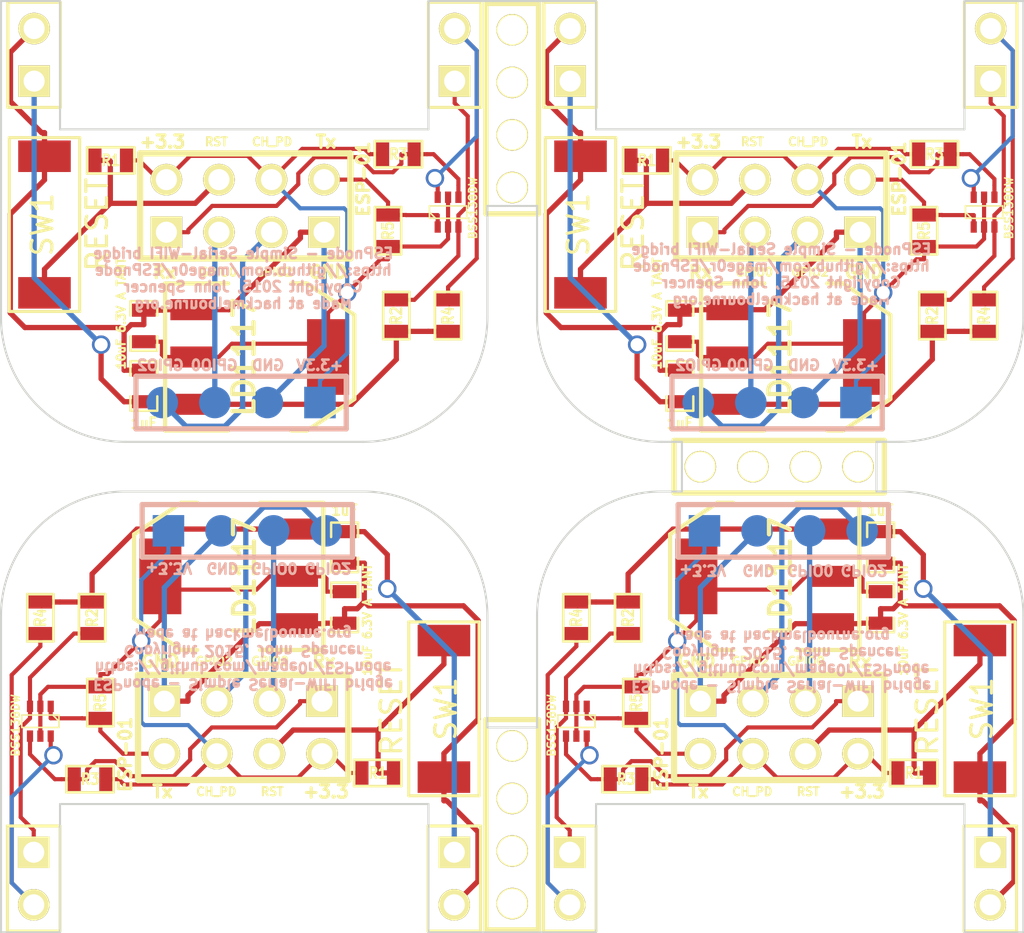
<source format=kicad_pcb>
(kicad_pcb (version 3) (host pcbnew "(2013-07-07 BZR 4022)-stable")

  (general
    (links 158)
    (no_connects 30)
    (area 12.7838 11.0364 64.2162 59.9636)
    (thickness 1.6)
    (drawings 64)
    (tracks 540)
    (zones 0)
    (modules 59)
    (nets 11)
  )

  (page A3)
  (layers
    (15 F.Cu signal)
    (0 B.Cu signal)
    (16 B.Adhes user)
    (17 F.Adhes user)
    (18 B.Paste user)
    (19 F.Paste user)
    (20 B.SilkS user)
    (21 F.SilkS user)
    (22 B.Mask user)
    (23 F.Mask user)
    (24 Dwgs.User user)
    (25 Cmts.User user)
    (26 Eco1.User user)
    (27 Eco2.User user)
    (28 Edge.Cuts user)
  )

  (setup
    (last_trace_width 0.254)
    (trace_clearance 0.254)
    (zone_clearance 0.508)
    (zone_45_only no)
    (trace_min 0.2)
    (segment_width 0.2)
    (edge_width 0.1)
    (via_size 0.889)
    (via_drill 0.635)
    (via_min_size 0.889)
    (via_min_drill 0.508)
    (uvia_size 0.508)
    (uvia_drill 0.127)
    (uvias_allowed no)
    (uvia_min_size 0.508)
    (uvia_min_drill 0.127)
    (pcb_text_width 0.3)
    (pcb_text_size 1.5 1.5)
    (mod_edge_width 0.15)
    (mod_text_size 1 1)
    (mod_text_width 0.15)
    (pad_size 1.524 1.524)
    (pad_drill 1.4)
    (pad_to_mask_clearance 0)
    (aux_axis_origin 0 0)
    (visible_elements 7FFFFBFF)
    (pcbplotparams
      (layerselection 284983297)
      (usegerberextensions true)
      (excludeedgelayer true)
      (linewidth 0.150000)
      (plotframeref false)
      (viasonmask false)
      (mode 1)
      (useauxorigin false)
      (hpglpennumber 1)
      (hpglpenspeed 20)
      (hpglpendiameter 15)
      (hpglpenoverlay 2)
      (psnegative false)
      (psa4output false)
      (plotreference true)
      (plotvalue true)
      (plotothertext true)
      (plotinvisibletext false)
      (padsonsilk false)
      (subtractmaskfromsilk false)
      (outputformat 1)
      (mirror false)
      (drillshape 0)
      (scaleselection 1)
      (outputdirectory Gerber.x4/))
  )

  (net 0 "")
  (net 1 +3.3V)
  (net 2 +5V)
  (net 3 GND)
  (net 4 GPIO0)
  (net 5 GPIO2)
  (net 6 N-000008)
  (net 7 RX)
  (net 8 RX5)
  (net 9 TX)
  (net 10 TX5)

  (net_class Default "This is the default net class."
    (clearance 0.254)
    (trace_width 0.254)
    (via_dia 0.889)
    (via_drill 0.635)
    (uvia_dia 0.508)
    (uvia_drill 0.127)
    (add_net "")
    (add_net +5V)
    (add_net GND)
    (add_net GPIO0)
    (add_net GPIO2)
    (add_net N-000008)
  )

  (net_class small ""
    (clearance 0.2)
    (trace_width 0.2)
    (via_dia 0.889)
    (via_drill 0.635)
    (uvia_dia 0.508)
    (uvia_drill 0.127)
    (add_net +3.3V)
    (add_net RX)
    (add_net RX5)
    (add_net TX)
    (add_net TX5)
  )

  (module PIN_ARRAY_4x1 (layer F.Cu) (tedit 558E9332) (tstamp 558E9505)
    (at 38.5 52.8 270)
    (descr "Double rangee de contacts 2 x 5 pins")
    (tags CONN)
    (fp_text reference PIN_ARRAY_4X1 (at 6.3 0.1 360) (layer F.SilkS) hide
      (effects (font (size 1.016 1.016) (thickness 0.2032)))
    )
    (fp_text value Val** (at 0 2.54 270) (layer F.SilkS) hide
      (effects (font (size 1.016 1.016) (thickness 0.2032)))
    )
    (fp_line (start 5.08 1.27) (end -5.08 1.27) (layer F.SilkS) (width 0.254))
    (fp_line (start 5.08 -1.27) (end -5.08 -1.27) (layer F.SilkS) (width 0.254))
    (fp_line (start -5.08 -1.27) (end -5.08 1.27) (layer F.SilkS) (width 0.254))
    (fp_line (start 5.08 1.27) (end 5.08 -1.27) (layer F.SilkS) (width 0.254))
    (pad 1 thru_hole circle (at -3.81 0 270) (size 1.524 1.524) (drill 1.4)
      (layers *.Cu *.Mask F.SilkS)
    )
    (pad 2 thru_hole circle (at -1.27 0 270) (size 1.524 1.524) (drill 1.4)
      (layers *.Cu *.Mask F.SilkS)
    )
    (pad 3 thru_hole circle (at 1.27 0 270) (size 1.524 1.524) (drill 1.4)
      (layers *.Cu *.Mask F.SilkS)
    )
    (pad 4 thru_hole circle (at 3.81 0 270) (size 1.524 1.524) (drill 1.4)
      (layers *.Cu *.Mask F.SilkS)
    )
    (model pin_array\pins_array_4x1.wrl
      (at (xyz 0 0 0))
      (scale (xyz 1 1 1))
      (rotate (xyz 0 0 0))
    )
  )

  (module PIN_ARRAY_4x1_SMD (layer B.Cu) (tedit 558E649E) (tstamp 558E94FA)
    (at 51.6 38.6)
    (tags CONN)
    (path /558E5C8A)
    (fp_text reference P4 (at 0 2.54) (layer B.SilkS) hide
      (effects (font (size 1.016 1.016) (thickness 0.2032)) (justify mirror))
    )
    (fp_text value GPIO (at 0 -2.54) (layer B.SilkS) hide
      (effects (font (size 1.016 1.016) (thickness 0.2032)) (justify mirror))
    )
    (fp_line (start 5.08 -1.27) (end -5.08 -1.27) (layer B.SilkS) (width 0.254))
    (fp_line (start 5.08 1.27) (end -5.08 1.27) (layer B.SilkS) (width 0.254))
    (fp_line (start -5.08 1.27) (end -5.08 -1.27) (layer B.SilkS) (width 0.254))
    (fp_line (start 5.08 -1.27) (end 5.08 1.27) (layer B.SilkS) (width 0.254))
    (pad 1 smd rect (at -3.81 0) (size 1.524 1.524)
      (layers B.Cu B.Paste B.Mask)
      (net 1 +3.3V)
    )
    (pad 2 smd circle (at -1.27 0) (size 1.524 1.524)
      (layers B.Cu B.Paste B.Mask)
      (net 3 GND)
    )
    (pad 3 smd circle (at 1.27 0) (size 1.524 1.524)
      (layers B.Cu B.Paste B.Mask)
      (net 4 GPIO0)
    )
    (pad 4 smd circle (at 3.81 0) (size 1.524 1.524)
      (layers B.Cu B.Paste B.Mask)
      (net 5 GPIO2)
    )
  )

  (module PIN_ARRAY_2X1 (layer F.Cu) (tedit 558E6479) (tstamp 558E94F1)
    (at 61.6 55.4 270)
    (descr "Connecteurs 2 pins")
    (tags "CONN DEV")
    (path /558E5C4B)
    (fp_text reference P3 (at 0 -1.905 270) (layer F.SilkS) hide
      (effects (font (size 0.762 0.762) (thickness 0.1524)))
    )
    (fp_text value PWR (at 0 -1.905 270) (layer F.SilkS) hide
      (effects (font (size 0.762 0.762) (thickness 0.1524)))
    )
    (fp_line (start -2.54 1.27) (end -2.54 -1.27) (layer F.SilkS) (width 0.1524))
    (fp_line (start -2.54 -1.27) (end 2.54 -1.27) (layer F.SilkS) (width 0.1524))
    (fp_line (start 2.54 -1.27) (end 2.54 1.27) (layer F.SilkS) (width 0.1524))
    (fp_line (start 2.54 1.27) (end -2.54 1.27) (layer F.SilkS) (width 0.1524))
    (pad 1 thru_hole rect (at -1.27 0 270) (size 1.524 1.524) (drill 1.016)
      (layers *.Cu *.Mask F.SilkS)
      (net 2 +5V)
    )
    (pad 2 thru_hole circle (at 1.27 0 270) (size 1.524 1.524) (drill 1.016)
      (layers *.Cu *.Mask F.SilkS)
      (net 3 GND)
    )
    (model pin_array/pins_array_2x1.wrl
      (at (xyz 0 0 0))
      (scale (xyz 1 1 1))
      (rotate (xyz 0 0 0))
    )
  )

  (module SOT223 (layer F.Cu) (tedit 558E7567) (tstamp 558E94E2)
    (at 50.7 40.8 90)
    (descr "module CMS SOT223 4 pins")
    (tags "CMS SOT")
    (path /558D64A3)
    (attr smd)
    (fp_text reference U1 (at 0 -0.762 90) (layer F.SilkS) hide
      (effects (font (size 1.016 1.016) (thickness 0.2032)))
    )
    (fp_text value LD1117 (at 0 0.762 90) (layer F.SilkS)
      (effects (font (size 1.016 1.016) (thickness 0.2032)))
    )
    (fp_line (start -3.556 1.524) (end -3.556 4.572) (layer F.SilkS) (width 0.2032))
    (fp_line (start -3.556 4.572) (end 3.556 4.572) (layer F.SilkS) (width 0.2032))
    (fp_line (start 3.556 4.572) (end 3.556 1.524) (layer F.SilkS) (width 0.2032))
    (fp_line (start -3.556 -1.524) (end -3.556 -2.286) (layer F.SilkS) (width 0.2032))
    (fp_line (start -3.556 -2.286) (end -2.032 -4.572) (layer F.SilkS) (width 0.2032))
    (fp_line (start -2.032 -4.572) (end 2.032 -4.572) (layer F.SilkS) (width 0.2032))
    (fp_line (start 2.032 -4.572) (end 3.556 -2.286) (layer F.SilkS) (width 0.2032))
    (fp_line (start 3.556 -2.286) (end 3.556 -1.524) (layer F.SilkS) (width 0.2032))
    (pad 4 smd rect (at 0 -3.302 90) (size 3.6576 2.032)
      (layers F.Cu F.Paste F.Mask)
      (net 1 +3.3V)
    )
    (pad 2 smd rect (at 0 3.302 90) (size 1.016 2.032)
      (layers F.Cu F.Paste F.Mask)
      (net 1 +3.3V)
    )
    (pad 3 smd rect (at 2.286 3.302 90) (size 1.016 2.032)
      (layers F.Cu F.Paste F.Mask)
      (net 2 +5V)
    )
    (pad 1 smd rect (at -2.286 3.302 90) (size 1.016 2.032)
      (layers F.Cu F.Paste F.Mask)
      (net 3 GND)
    )
    (model smd/SOT223.wrl
      (at (xyz 0 0 0))
      (scale (xyz 0.4 0.4 0.4))
      (rotate (xyz 0 0 0))
    )
  )

  (module SOT363 (layer F.Cu) (tedit 558E6D13) (tstamp 558E94D4)
    (at 41.6 47.8 180)
    (path /558D3629)
    (attr smd)
    (fp_text reference Q1 (at 1.30048 0 270) (layer F.SilkS) hide
      (effects (font (size 0.508 0.508) (thickness 0.0762)))
    )
    (fp_text value BSS138DW (at 1.2 -0.2 270) (layer F.SilkS)
      (effects (font (size 0.381 0.381) (thickness 0.0762)))
    )
    (fp_line (start -0.89916 0) (end -0.59944 0.29972) (layer F.SilkS) (width 0.0762))
    (fp_line (start -0.89916 -0.29972) (end 0.89916 -0.29972) (layer F.SilkS) (width 0.0762))
    (fp_line (start 0.89916 -0.29972) (end 0.89916 0.29972) (layer F.SilkS) (width 0.0762))
    (fp_line (start 0.89916 0.29972) (end -0.89916 0.29972) (layer F.SilkS) (width 0.0762))
    (fp_line (start -0.89916 0.29972) (end -0.89916 -0.29972) (layer F.SilkS) (width 0.0762))
    (pad 6 smd rect (at -0.50038 -0.71882 180) (size 0.29972 0.55118)
      (layers F.Cu F.Paste F.Mask)
      (net 8 RX5)
    )
    (pad 5 smd rect (at 0 -0.71882 180) (size 0.29972 0.55118)
      (layers F.Cu F.Paste F.Mask)
      (net 1 +3.3V)
    )
    (pad 4 smd rect (at 0.50038 -0.71882 180) (size 0.29972 0.55118)
      (layers F.Cu F.Paste F.Mask)
      (net 9 TX)
    )
    (pad 3 smd rect (at 0.50038 0.71882 180) (size 0.29972 0.55118)
      (layers F.Cu F.Paste F.Mask)
      (net 10 TX5)
    )
    (pad 2 smd rect (at 0 0.71882 180) (size 0.29972 0.55118)
      (layers F.Cu F.Paste F.Mask)
      (net 1 +3.3V)
    )
    (pad 1 smd rect (at -0.50038 0.71882 180) (size 0.29972 0.55118)
      (layers F.Cu F.Paste F.Mask)
      (net 7 RX)
    )
    (model smd\SOT23_6.wrl
      (at (xyz 0 0 0))
      (scale (xyz 0.06 0.06 0.06))
      (rotate (xyz 0 0 -180))
    )
  )

  (module 1107G (layer F.Cu) (tedit 558D6FD8) (tstamp 558E94CB)
    (at 61.1 47.2 90)
    (tags SWITCH)
    (path /54EDD8EB)
    (fp_text reference SW1 (at 0 0.1 90) (layer F.SilkS)
      (effects (font (size 1 1) (thickness 0.15)))
    )
    (fp_text value RESET (at 0 -2.54 90) (layer F.SilkS)
      (effects (font (size 1 1) (thickness 0.15)))
    )
    (fp_line (start -4.2 -1.7) (end 4.2 -1.7) (layer F.SilkS) (width 0.15))
    (fp_line (start 4.2 -1.7) (end 4.2 1.7) (layer F.SilkS) (width 0.15))
    (fp_line (start 4.2 1.7) (end -4.2 1.7) (layer F.SilkS) (width 0.15))
    (fp_line (start -4.2 1.7) (end -4.2 -1.7) (layer F.SilkS) (width 0.15))
    (pad 1 smd rect (at 3.3 0 90) (size 1.524 2.54)
      (layers F.Cu F.Paste F.Mask)
      (net 6 N-000008)
    )
    (pad 2 smd rect (at -3.3 0 90) (size 1.524 2.54)
      (layers F.Cu F.Paste F.Mask)
      (net 3 GND)
    )
  )

  (module ESP-01 (layer F.Cu) (tedit 558E7574) (tstamp 558E94B4)
    (at 51.4 48.1 180)
    (path /54EEE7FA)
    (fp_text reference P1 (at -5.9 0 270) (layer F.SilkS) hide
      (effects (font (size 1.016 1.016) (thickness 0.2032)))
    )
    (fp_text value ESP-01 (at 5.7 -1.3 270) (layer F.SilkS)
      (effects (font (size 0.6 0.6) (thickness 0.15)))
    )
    (fp_text user +3.3 (at -4 -3.1 180) (layer F.SilkS)
      (effects (font (size 0.6 0.6) (thickness 0.15)))
    )
    (fp_text user RST (at -1.4 -3.1 180) (layer F.SilkS)
      (effects (font (size 0.4 0.4) (thickness 0.1)))
    )
    (fp_text user Tx (at 3.9 -3.1 180) (layer F.SilkS)
      (effects (font (size 0.6 0.6) (thickness 0.15)))
    )
    (fp_text user CH_PD (at 1.3 -3.1 180) (layer F.SilkS)
      (effects (font (size 0.4 0.4) (thickness 0.1)))
    )
    (fp_text user GPIO2 (at 1.4 3.2 180) (layer F.SilkS)
      (effects (font (size 0.4 0.4) (thickness 0.1)))
    )
    (fp_text user GND (at 4 3.2 180) (layer F.SilkS)
      (effects (font (size 0.6 0.6) (thickness 0.15)))
    )
    (fp_text user GPIO0 (at -1.3 3.2 180) (layer F.SilkS)
      (effects (font (size 0.4 0.4) (thickness 0.1)))
    )
    (fp_text user Rx (at -3.9 3.2 180) (layer F.SilkS)
      (effects (font (size 0.6 0.6) (thickness 0.15)))
    )
    (fp_line (start -5.08 -2.54) (end 5.08 -2.54) (layer F.SilkS) (width 0.3048))
    (fp_line (start 5.08 -2.54) (end 5.08 2.54) (layer F.SilkS) (width 0.3048))
    (fp_line (start 5.08 2.54) (end -5.08 2.54) (layer F.SilkS) (width 0.3048))
    (fp_line (start -5.08 2.54) (end -5.08 -2.54) (layer F.SilkS) (width 0.3048))
    (pad 1 thru_hole rect (at -3.81 1.27 180) (size 1.524 1.524) (drill 1.016)
      (layers *.Cu *.Mask F.SilkS)
      (net 9 TX)
    )
    (pad 2 thru_hole circle (at -3.81 -1.27 180) (size 1.524 1.524) (drill 1.016)
      (layers *.Cu *.Mask F.SilkS)
      (net 1 +3.3V)
    )
    (pad 3 thru_hole circle (at -1.27 1.27 180) (size 1.524 1.524) (drill 1.016)
      (layers *.Cu *.Mask F.SilkS)
      (net 4 GPIO0)
    )
    (pad 4 thru_hole circle (at -1.27 -1.27 180) (size 1.524 1.524) (drill 1.016)
      (layers *.Cu *.Mask F.SilkS)
      (net 6 N-000008)
    )
    (pad 5 thru_hole circle (at 1.27 1.27 180) (size 1.524 1.524) (drill 1.016)
      (layers *.Cu *.Mask F.SilkS)
      (net 5 GPIO2)
    )
    (pad 6 thru_hole circle (at 1.27 -1.27 180) (size 1.524 1.524) (drill 1.016)
      (layers *.Cu *.Mask F.SilkS)
      (net 1 +3.3V)
    )
    (pad 7 thru_hole rect (at 3.81 1.27 180) (size 1.524 1.524) (drill 1.016)
      (layers *.Cu *.Mask F.SilkS)
      (net 3 GND)
    )
    (pad 8 thru_hole circle (at 3.81 -1.27 180) (size 1.524 1.524) (drill 1.016)
      (layers *.Cu *.Mask F.SilkS)
      (net 7 RX)
    )
    (model pin_array/pins_array_4x2.wrl
      (at (xyz 0 0 0))
      (scale (xyz 1 1 1))
      (rotate (xyz 0 0 0))
    )
  )

  (module PIN_ARRAY_2X1 (layer F.Cu) (tedit 558D6A6D) (tstamp 558E94AB)
    (at 41.28 55.4 270)
    (descr "Connecteurs 2 pins")
    (tags "CONN DEV")
    (path /558D5E92)
    (fp_text reference P2 (at 0 -1.905 270) (layer F.SilkS) hide
      (effects (font (size 0.762 0.762) (thickness 0.1524)))
    )
    (fp_text value TXRX (at 0 -1.905 270) (layer F.SilkS) hide
      (effects (font (size 0.762 0.762) (thickness 0.1524)))
    )
    (fp_line (start -2.54 1.27) (end -2.54 -1.27) (layer F.SilkS) (width 0.1524))
    (fp_line (start -2.54 -1.27) (end 2.54 -1.27) (layer F.SilkS) (width 0.1524))
    (fp_line (start 2.54 -1.27) (end 2.54 1.27) (layer F.SilkS) (width 0.1524))
    (fp_line (start 2.54 1.27) (end -2.54 1.27) (layer F.SilkS) (width 0.1524))
    (pad 1 thru_hole rect (at -1.27 0 270) (size 1.524 1.524) (drill 1.016)
      (layers *.Cu *.Mask F.SilkS)
      (net 10 TX5)
    )
    (pad 2 thru_hole circle (at 1.27 0 270) (size 1.524 1.524) (drill 1.016)
      (layers *.Cu *.Mask F.SilkS)
      (net 8 RX5)
    )
    (model pin_array/pins_array_2x1.wrl
      (at (xyz 0 0 0))
      (scale (xyz 1 1 1))
      (rotate (xyz 0 0 0))
    )
  )

  (module SM0603 (layer F.Cu) (tedit 4E43A3D1) (tstamp 558E94A2)
    (at 44.1 42.8 270)
    (path /558D51FB)
    (attr smd)
    (fp_text reference R2 (at 0 0 270) (layer F.SilkS)
      (effects (font (size 0.508 0.4572) (thickness 0.1143)))
    )
    (fp_text value 10K (at 0 0 270) (layer F.SilkS) hide
      (effects (font (size 0.508 0.4572) (thickness 0.1143)))
    )
    (fp_line (start -1.143 -0.635) (end 1.143 -0.635) (layer F.SilkS) (width 0.127))
    (fp_line (start 1.143 -0.635) (end 1.143 0.635) (layer F.SilkS) (width 0.127))
    (fp_line (start 1.143 0.635) (end -1.143 0.635) (layer F.SilkS) (width 0.127))
    (fp_line (start -1.143 0.635) (end -1.143 -0.635) (layer F.SilkS) (width 0.127))
    (pad 1 smd rect (at -0.762 0 270) (size 0.635 1.143)
      (layers F.Cu F.Paste F.Mask)
      (net 2 +5V)
    )
    (pad 2 smd rect (at 0.762 0 270) (size 0.635 1.143)
      (layers F.Cu F.Paste F.Mask)
      (net 10 TX5)
    )
    (model smd\resistors\R0603.wrl
      (at (xyz 0 0 0.001))
      (scale (xyz 0.5 0.5 0.5))
      (rotate (xyz 0 0 0))
    )
  )

  (module SM0603 (layer F.Cu) (tedit 4E43A3D1) (tstamp 558E9499)
    (at 41.6 42.8 90)
    (path /558D51EC)
    (attr smd)
    (fp_text reference R4 (at 0 0 90) (layer F.SilkS)
      (effects (font (size 0.508 0.4572) (thickness 0.1143)))
    )
    (fp_text value 10K (at 0 0 90) (layer F.SilkS) hide
      (effects (font (size 0.508 0.4572) (thickness 0.1143)))
    )
    (fp_line (start -1.143 -0.635) (end 1.143 -0.635) (layer F.SilkS) (width 0.127))
    (fp_line (start 1.143 -0.635) (end 1.143 0.635) (layer F.SilkS) (width 0.127))
    (fp_line (start 1.143 0.635) (end -1.143 0.635) (layer F.SilkS) (width 0.127))
    (fp_line (start -1.143 0.635) (end -1.143 -0.635) (layer F.SilkS) (width 0.127))
    (pad 1 smd rect (at -0.762 0 90) (size 0.635 1.143)
      (layers F.Cu F.Paste F.Mask)
      (net 8 RX5)
    )
    (pad 2 smd rect (at 0.762 0 90) (size 0.635 1.143)
      (layers F.Cu F.Paste F.Mask)
      (net 2 +5V)
    )
    (model smd\resistors\R0603.wrl
      (at (xyz 0 0 0.001))
      (scale (xyz 0.5 0.5 0.5))
      (rotate (xyz 0 0 0))
    )
  )

  (module SM0603 (layer F.Cu) (tedit 4E43A3D1) (tstamp 558E9490)
    (at 44 50.6 180)
    (path /558D37D2)
    (attr smd)
    (fp_text reference R3 (at 0 0 180) (layer F.SilkS)
      (effects (font (size 0.508 0.4572) (thickness 0.1143)))
    )
    (fp_text value 10K (at 0 0 180) (layer F.SilkS) hide
      (effects (font (size 0.508 0.4572) (thickness 0.1143)))
    )
    (fp_line (start -1.143 -0.635) (end 1.143 -0.635) (layer F.SilkS) (width 0.127))
    (fp_line (start 1.143 -0.635) (end 1.143 0.635) (layer F.SilkS) (width 0.127))
    (fp_line (start 1.143 0.635) (end -1.143 0.635) (layer F.SilkS) (width 0.127))
    (fp_line (start -1.143 0.635) (end -1.143 -0.635) (layer F.SilkS) (width 0.127))
    (pad 1 smd rect (at -0.762 0 180) (size 0.635 1.143)
      (layers F.Cu F.Paste F.Mask)
      (net 1 +3.3V)
    )
    (pad 2 smd rect (at 0.762 0 180) (size 0.635 1.143)
      (layers F.Cu F.Paste F.Mask)
      (net 9 TX)
    )
    (model smd\resistors\R0603.wrl
      (at (xyz 0 0 0.001))
      (scale (xyz 0.5 0.5 0.5))
      (rotate (xyz 0 0 0))
    )
  )

  (module SM0603 (layer F.Cu) (tedit 4E43A3D1) (tstamp 558E9487)
    (at 44.5 46.9 90)
    (path /558D375A)
    (attr smd)
    (fp_text reference R5 (at 0 0 90) (layer F.SilkS)
      (effects (font (size 0.508 0.4572) (thickness 0.1143)))
    )
    (fp_text value 10K (at 0 0 90) (layer F.SilkS) hide
      (effects (font (size 0.508 0.4572) (thickness 0.1143)))
    )
    (fp_line (start -1.143 -0.635) (end 1.143 -0.635) (layer F.SilkS) (width 0.127))
    (fp_line (start 1.143 -0.635) (end 1.143 0.635) (layer F.SilkS) (width 0.127))
    (fp_line (start 1.143 0.635) (end -1.143 0.635) (layer F.SilkS) (width 0.127))
    (fp_line (start -1.143 0.635) (end -1.143 -0.635) (layer F.SilkS) (width 0.127))
    (pad 1 smd rect (at -0.762 0 90) (size 0.635 1.143)
      (layers F.Cu F.Paste F.Mask)
      (net 7 RX)
    )
    (pad 2 smd rect (at 0.762 0 90) (size 0.635 1.143)
      (layers F.Cu F.Paste F.Mask)
      (net 1 +3.3V)
    )
    (model smd\resistors\R0603.wrl
      (at (xyz 0 0 0.001))
      (scale (xyz 0.5 0.5 0.5))
      (rotate (xyz 0 0 0))
    )
  )

  (module SM0603 (layer F.Cu) (tedit 558E64EA) (tstamp 558E947E)
    (at 57.9 50.3 180)
    (path /54EDD918)
    (attr smd)
    (fp_text reference R1 (at 0 0 180) (layer F.SilkS)
      (effects (font (size 0.508 0.4572) (thickness 0.1143)))
    )
    (fp_text value 10K (at 0 0 180) (layer F.SilkS) hide
      (effects (font (size 0.508 0.4572) (thickness 0.1143)))
    )
    (fp_line (start -1.143 -0.635) (end 1.143 -0.635) (layer F.SilkS) (width 0.127))
    (fp_line (start 1.143 -0.635) (end 1.143 0.635) (layer F.SilkS) (width 0.127))
    (fp_line (start 1.143 0.635) (end -1.143 0.635) (layer F.SilkS) (width 0.127))
    (fp_line (start -1.143 0.635) (end -1.143 -0.635) (layer F.SilkS) (width 0.127))
    (pad 1 smd rect (at -0.762 0 180) (size 0.635 1.143)
      (layers F.Cu F.Paste F.Mask)
      (net 6 N-000008)
    )
    (pad 2 smd rect (at 0.762 0 180) (size 0.635 1.143)
      (layers F.Cu F.Paste F.Mask)
      (net 1 +3.3V)
    )
    (model smd\resistors\R0603.wrl
      (at (xyz 0 0 0.001))
      (scale (xyz 0.5 0.5 0.5))
      (rotate (xyz 0 0 0))
    )
  )

  (module SM0603_Capa (layer F.Cu) (tedit 558E6500) (tstamp 558E9473)
    (at 56.3 42.3 270)
    (path /558D5C79)
    (attr smd)
    (fp_text reference C2 (at 0 0 360) (layer F.SilkS) hide
      (effects (font (size 0.508 0.4572) (thickness 0.1143)))
    )
    (fp_text value "10uF 6.3V A TANT" (at 0.6 -1.1 270) (layer F.SilkS)
      (effects (font (size 0.4 0.4) (thickness 0.1)))
    )
    (fp_line (start 0.50038 0.65024) (end 1.19888 0.65024) (layer F.SilkS) (width 0.11938))
    (fp_line (start -0.50038 0.65024) (end -1.19888 0.65024) (layer F.SilkS) (width 0.11938))
    (fp_line (start 0.50038 -0.65024) (end 1.19888 -0.65024) (layer F.SilkS) (width 0.11938))
    (fp_line (start -1.19888 -0.65024) (end -0.50038 -0.65024) (layer F.SilkS) (width 0.11938))
    (fp_line (start 1.19888 -0.635) (end 1.19888 0.635) (layer F.SilkS) (width 0.11938))
    (fp_line (start -1.19888 0.635) (end -1.19888 -0.635) (layer F.SilkS) (width 0.11938))
    (pad 1 smd rect (at -0.762 0 270) (size 0.635 1.143)
      (layers F.Cu F.Paste F.Mask)
      (net 1 +3.3V)
    )
    (pad 2 smd rect (at 0.762 0 270) (size 0.635 1.143)
      (layers F.Cu F.Paste F.Mask)
      (net 3 GND)
    )
    (model smd\capacitors\C0603.wrl
      (at (xyz 0 0 0.001))
      (scale (xyz 0.5 0.5 0.5))
      (rotate (xyz 0 0 0))
    )
  )

  (module SM0603_Capa (layer F.Cu) (tedit 558D6EEC) (tstamp 558E9468)
    (at 56.3 39.4 270)
    (path /558D5C3E)
    (attr smd)
    (fp_text reference C1 (at 0 0 360) (layer F.SilkS) hide
      (effects (font (size 0.508 0.4572) (thickness 0.1143)))
    )
    (fp_text value 1uF (at -1.8 0 360) (layer F.SilkS)
      (effects (font (size 0.508 0.4572) (thickness 0.1143)))
    )
    (fp_line (start 0.50038 0.65024) (end 1.19888 0.65024) (layer F.SilkS) (width 0.11938))
    (fp_line (start -0.50038 0.65024) (end -1.19888 0.65024) (layer F.SilkS) (width 0.11938))
    (fp_line (start 0.50038 -0.65024) (end 1.19888 -0.65024) (layer F.SilkS) (width 0.11938))
    (fp_line (start -1.19888 -0.65024) (end -0.50038 -0.65024) (layer F.SilkS) (width 0.11938))
    (fp_line (start 1.19888 -0.635) (end 1.19888 0.635) (layer F.SilkS) (width 0.11938))
    (fp_line (start -1.19888 0.635) (end -1.19888 -0.635) (layer F.SilkS) (width 0.11938))
    (pad 1 smd rect (at -0.762 0 270) (size 0.635 1.143)
      (layers F.Cu F.Paste F.Mask)
      (net 2 +5V)
    )
    (pad 2 smd rect (at 0.762 0 270) (size 0.635 1.143)
      (layers F.Cu F.Paste F.Mask)
      (net 3 GND)
    )
    (model smd\capacitors\C0603.wrl
      (at (xyz 0 0 0.001))
      (scale (xyz 0.5 0.5 0.5))
      (rotate (xyz 0 0 0))
    )
  )

  (module SM0603_Capa (layer F.Cu) (tedit 558D6EEC) (tstamp 558E945D)
    (at 30.4 39.4 270)
    (path /558D5C3E)
    (attr smd)
    (fp_text reference C1 (at 0 0 360) (layer F.SilkS) hide
      (effects (font (size 0.508 0.4572) (thickness 0.1143)))
    )
    (fp_text value 1uF (at -1.8 0 360) (layer F.SilkS)
      (effects (font (size 0.508 0.4572) (thickness 0.1143)))
    )
    (fp_line (start 0.50038 0.65024) (end 1.19888 0.65024) (layer F.SilkS) (width 0.11938))
    (fp_line (start -0.50038 0.65024) (end -1.19888 0.65024) (layer F.SilkS) (width 0.11938))
    (fp_line (start 0.50038 -0.65024) (end 1.19888 -0.65024) (layer F.SilkS) (width 0.11938))
    (fp_line (start -1.19888 -0.65024) (end -0.50038 -0.65024) (layer F.SilkS) (width 0.11938))
    (fp_line (start 1.19888 -0.635) (end 1.19888 0.635) (layer F.SilkS) (width 0.11938))
    (fp_line (start -1.19888 0.635) (end -1.19888 -0.635) (layer F.SilkS) (width 0.11938))
    (pad 1 smd rect (at -0.762 0 270) (size 0.635 1.143)
      (layers F.Cu F.Paste F.Mask)
      (net 2 +5V)
    )
    (pad 2 smd rect (at 0.762 0 270) (size 0.635 1.143)
      (layers F.Cu F.Paste F.Mask)
      (net 3 GND)
    )
    (model smd\capacitors\C0603.wrl
      (at (xyz 0 0 0.001))
      (scale (xyz 0.5 0.5 0.5))
      (rotate (xyz 0 0 0))
    )
  )

  (module SM0603_Capa (layer F.Cu) (tedit 558E6500) (tstamp 558E9452)
    (at 30.4 42.3 270)
    (path /558D5C79)
    (attr smd)
    (fp_text reference C2 (at 0 0 360) (layer F.SilkS) hide
      (effects (font (size 0.508 0.4572) (thickness 0.1143)))
    )
    (fp_text value "10uF 6.3V A TANT" (at 0.6 -1.1 270) (layer F.SilkS)
      (effects (font (size 0.4 0.4) (thickness 0.1)))
    )
    (fp_line (start 0.50038 0.65024) (end 1.19888 0.65024) (layer F.SilkS) (width 0.11938))
    (fp_line (start -0.50038 0.65024) (end -1.19888 0.65024) (layer F.SilkS) (width 0.11938))
    (fp_line (start 0.50038 -0.65024) (end 1.19888 -0.65024) (layer F.SilkS) (width 0.11938))
    (fp_line (start -1.19888 -0.65024) (end -0.50038 -0.65024) (layer F.SilkS) (width 0.11938))
    (fp_line (start 1.19888 -0.635) (end 1.19888 0.635) (layer F.SilkS) (width 0.11938))
    (fp_line (start -1.19888 0.635) (end -1.19888 -0.635) (layer F.SilkS) (width 0.11938))
    (pad 1 smd rect (at -0.762 0 270) (size 0.635 1.143)
      (layers F.Cu F.Paste F.Mask)
      (net 1 +3.3V)
    )
    (pad 2 smd rect (at 0.762 0 270) (size 0.635 1.143)
      (layers F.Cu F.Paste F.Mask)
      (net 3 GND)
    )
    (model smd\capacitors\C0603.wrl
      (at (xyz 0 0 0.001))
      (scale (xyz 0.5 0.5 0.5))
      (rotate (xyz 0 0 0))
    )
  )

  (module SM0603 (layer F.Cu) (tedit 558E64EA) (tstamp 558E9449)
    (at 32 50.3 180)
    (path /54EDD918)
    (attr smd)
    (fp_text reference R1 (at 0 0 180) (layer F.SilkS)
      (effects (font (size 0.508 0.4572) (thickness 0.1143)))
    )
    (fp_text value 10K (at 0 0 180) (layer F.SilkS) hide
      (effects (font (size 0.508 0.4572) (thickness 0.1143)))
    )
    (fp_line (start -1.143 -0.635) (end 1.143 -0.635) (layer F.SilkS) (width 0.127))
    (fp_line (start 1.143 -0.635) (end 1.143 0.635) (layer F.SilkS) (width 0.127))
    (fp_line (start 1.143 0.635) (end -1.143 0.635) (layer F.SilkS) (width 0.127))
    (fp_line (start -1.143 0.635) (end -1.143 -0.635) (layer F.SilkS) (width 0.127))
    (pad 1 smd rect (at -0.762 0 180) (size 0.635 1.143)
      (layers F.Cu F.Paste F.Mask)
      (net 6 N-000008)
    )
    (pad 2 smd rect (at 0.762 0 180) (size 0.635 1.143)
      (layers F.Cu F.Paste F.Mask)
      (net 1 +3.3V)
    )
    (model smd\resistors\R0603.wrl
      (at (xyz 0 0 0.001))
      (scale (xyz 0.5 0.5 0.5))
      (rotate (xyz 0 0 0))
    )
  )

  (module SM0603 (layer F.Cu) (tedit 4E43A3D1) (tstamp 558E9440)
    (at 18.6 46.9 90)
    (path /558D375A)
    (attr smd)
    (fp_text reference R5 (at 0 0 90) (layer F.SilkS)
      (effects (font (size 0.508 0.4572) (thickness 0.1143)))
    )
    (fp_text value 10K (at 0 0 90) (layer F.SilkS) hide
      (effects (font (size 0.508 0.4572) (thickness 0.1143)))
    )
    (fp_line (start -1.143 -0.635) (end 1.143 -0.635) (layer F.SilkS) (width 0.127))
    (fp_line (start 1.143 -0.635) (end 1.143 0.635) (layer F.SilkS) (width 0.127))
    (fp_line (start 1.143 0.635) (end -1.143 0.635) (layer F.SilkS) (width 0.127))
    (fp_line (start -1.143 0.635) (end -1.143 -0.635) (layer F.SilkS) (width 0.127))
    (pad 1 smd rect (at -0.762 0 90) (size 0.635 1.143)
      (layers F.Cu F.Paste F.Mask)
      (net 7 RX)
    )
    (pad 2 smd rect (at 0.762 0 90) (size 0.635 1.143)
      (layers F.Cu F.Paste F.Mask)
      (net 1 +3.3V)
    )
    (model smd\resistors\R0603.wrl
      (at (xyz 0 0 0.001))
      (scale (xyz 0.5 0.5 0.5))
      (rotate (xyz 0 0 0))
    )
  )

  (module SM0603 (layer F.Cu) (tedit 4E43A3D1) (tstamp 558E9437)
    (at 18.1 50.6 180)
    (path /558D37D2)
    (attr smd)
    (fp_text reference R3 (at 0 0 180) (layer F.SilkS)
      (effects (font (size 0.508 0.4572) (thickness 0.1143)))
    )
    (fp_text value 10K (at 0 0 180) (layer F.SilkS) hide
      (effects (font (size 0.508 0.4572) (thickness 0.1143)))
    )
    (fp_line (start -1.143 -0.635) (end 1.143 -0.635) (layer F.SilkS) (width 0.127))
    (fp_line (start 1.143 -0.635) (end 1.143 0.635) (layer F.SilkS) (width 0.127))
    (fp_line (start 1.143 0.635) (end -1.143 0.635) (layer F.SilkS) (width 0.127))
    (fp_line (start -1.143 0.635) (end -1.143 -0.635) (layer F.SilkS) (width 0.127))
    (pad 1 smd rect (at -0.762 0 180) (size 0.635 1.143)
      (layers F.Cu F.Paste F.Mask)
      (net 1 +3.3V)
    )
    (pad 2 smd rect (at 0.762 0 180) (size 0.635 1.143)
      (layers F.Cu F.Paste F.Mask)
      (net 9 TX)
    )
    (model smd\resistors\R0603.wrl
      (at (xyz 0 0 0.001))
      (scale (xyz 0.5 0.5 0.5))
      (rotate (xyz 0 0 0))
    )
  )

  (module SM0603 (layer F.Cu) (tedit 4E43A3D1) (tstamp 558E942E)
    (at 15.7 42.8 90)
    (path /558D51EC)
    (attr smd)
    (fp_text reference R4 (at 0 0 90) (layer F.SilkS)
      (effects (font (size 0.508 0.4572) (thickness 0.1143)))
    )
    (fp_text value 10K (at 0 0 90) (layer F.SilkS) hide
      (effects (font (size 0.508 0.4572) (thickness 0.1143)))
    )
    (fp_line (start -1.143 -0.635) (end 1.143 -0.635) (layer F.SilkS) (width 0.127))
    (fp_line (start 1.143 -0.635) (end 1.143 0.635) (layer F.SilkS) (width 0.127))
    (fp_line (start 1.143 0.635) (end -1.143 0.635) (layer F.SilkS) (width 0.127))
    (fp_line (start -1.143 0.635) (end -1.143 -0.635) (layer F.SilkS) (width 0.127))
    (pad 1 smd rect (at -0.762 0 90) (size 0.635 1.143)
      (layers F.Cu F.Paste F.Mask)
      (net 8 RX5)
    )
    (pad 2 smd rect (at 0.762 0 90) (size 0.635 1.143)
      (layers F.Cu F.Paste F.Mask)
      (net 2 +5V)
    )
    (model smd\resistors\R0603.wrl
      (at (xyz 0 0 0.001))
      (scale (xyz 0.5 0.5 0.5))
      (rotate (xyz 0 0 0))
    )
  )

  (module SM0603 (layer F.Cu) (tedit 4E43A3D1) (tstamp 558E9425)
    (at 18.2 42.8 270)
    (path /558D51FB)
    (attr smd)
    (fp_text reference R2 (at 0 0 270) (layer F.SilkS)
      (effects (font (size 0.508 0.4572) (thickness 0.1143)))
    )
    (fp_text value 10K (at 0 0 270) (layer F.SilkS) hide
      (effects (font (size 0.508 0.4572) (thickness 0.1143)))
    )
    (fp_line (start -1.143 -0.635) (end 1.143 -0.635) (layer F.SilkS) (width 0.127))
    (fp_line (start 1.143 -0.635) (end 1.143 0.635) (layer F.SilkS) (width 0.127))
    (fp_line (start 1.143 0.635) (end -1.143 0.635) (layer F.SilkS) (width 0.127))
    (fp_line (start -1.143 0.635) (end -1.143 -0.635) (layer F.SilkS) (width 0.127))
    (pad 1 smd rect (at -0.762 0 270) (size 0.635 1.143)
      (layers F.Cu F.Paste F.Mask)
      (net 2 +5V)
    )
    (pad 2 smd rect (at 0.762 0 270) (size 0.635 1.143)
      (layers F.Cu F.Paste F.Mask)
      (net 10 TX5)
    )
    (model smd\resistors\R0603.wrl
      (at (xyz 0 0 0.001))
      (scale (xyz 0.5 0.5 0.5))
      (rotate (xyz 0 0 0))
    )
  )

  (module PIN_ARRAY_2X1 (layer F.Cu) (tedit 558D6A6D) (tstamp 558E941C)
    (at 15.38 55.4 270)
    (descr "Connecteurs 2 pins")
    (tags "CONN DEV")
    (path /558D5E92)
    (fp_text reference P2 (at 0 -1.905 270) (layer F.SilkS) hide
      (effects (font (size 0.762 0.762) (thickness 0.1524)))
    )
    (fp_text value TXRX (at 0 -1.905 270) (layer F.SilkS) hide
      (effects (font (size 0.762 0.762) (thickness 0.1524)))
    )
    (fp_line (start -2.54 1.27) (end -2.54 -1.27) (layer F.SilkS) (width 0.1524))
    (fp_line (start -2.54 -1.27) (end 2.54 -1.27) (layer F.SilkS) (width 0.1524))
    (fp_line (start 2.54 -1.27) (end 2.54 1.27) (layer F.SilkS) (width 0.1524))
    (fp_line (start 2.54 1.27) (end -2.54 1.27) (layer F.SilkS) (width 0.1524))
    (pad 1 thru_hole rect (at -1.27 0 270) (size 1.524 1.524) (drill 1.016)
      (layers *.Cu *.Mask F.SilkS)
      (net 10 TX5)
    )
    (pad 2 thru_hole circle (at 1.27 0 270) (size 1.524 1.524) (drill 1.016)
      (layers *.Cu *.Mask F.SilkS)
      (net 8 RX5)
    )
    (model pin_array/pins_array_2x1.wrl
      (at (xyz 0 0 0))
      (scale (xyz 1 1 1))
      (rotate (xyz 0 0 0))
    )
  )

  (module ESP-01 (layer F.Cu) (tedit 558E7574) (tstamp 558E9405)
    (at 25.5 48.1 180)
    (path /54EEE7FA)
    (fp_text reference P1 (at -5.9 0 270) (layer F.SilkS) hide
      (effects (font (size 1.016 1.016) (thickness 0.2032)))
    )
    (fp_text value ESP-01 (at 5.7 -1.3 270) (layer F.SilkS)
      (effects (font (size 0.6 0.6) (thickness 0.15)))
    )
    (fp_text user +3.3 (at -4 -3.1 180) (layer F.SilkS)
      (effects (font (size 0.6 0.6) (thickness 0.15)))
    )
    (fp_text user RST (at -1.4 -3.1 180) (layer F.SilkS)
      (effects (font (size 0.4 0.4) (thickness 0.1)))
    )
    (fp_text user Tx (at 3.9 -3.1 180) (layer F.SilkS)
      (effects (font (size 0.6 0.6) (thickness 0.15)))
    )
    (fp_text user CH_PD (at 1.3 -3.1 180) (layer F.SilkS)
      (effects (font (size 0.4 0.4) (thickness 0.1)))
    )
    (fp_text user GPIO2 (at 1.4 3.2 180) (layer F.SilkS)
      (effects (font (size 0.4 0.4) (thickness 0.1)))
    )
    (fp_text user GND (at 4 3.2 180) (layer F.SilkS)
      (effects (font (size 0.6 0.6) (thickness 0.15)))
    )
    (fp_text user GPIO0 (at -1.3 3.2 180) (layer F.SilkS)
      (effects (font (size 0.4 0.4) (thickness 0.1)))
    )
    (fp_text user Rx (at -3.9 3.2 180) (layer F.SilkS)
      (effects (font (size 0.6 0.6) (thickness 0.15)))
    )
    (fp_line (start -5.08 -2.54) (end 5.08 -2.54) (layer F.SilkS) (width 0.3048))
    (fp_line (start 5.08 -2.54) (end 5.08 2.54) (layer F.SilkS) (width 0.3048))
    (fp_line (start 5.08 2.54) (end -5.08 2.54) (layer F.SilkS) (width 0.3048))
    (fp_line (start -5.08 2.54) (end -5.08 -2.54) (layer F.SilkS) (width 0.3048))
    (pad 1 thru_hole rect (at -3.81 1.27 180) (size 1.524 1.524) (drill 1.016)
      (layers *.Cu *.Mask F.SilkS)
      (net 9 TX)
    )
    (pad 2 thru_hole circle (at -3.81 -1.27 180) (size 1.524 1.524) (drill 1.016)
      (layers *.Cu *.Mask F.SilkS)
      (net 1 +3.3V)
    )
    (pad 3 thru_hole circle (at -1.27 1.27 180) (size 1.524 1.524) (drill 1.016)
      (layers *.Cu *.Mask F.SilkS)
      (net 4 GPIO0)
    )
    (pad 4 thru_hole circle (at -1.27 -1.27 180) (size 1.524 1.524) (drill 1.016)
      (layers *.Cu *.Mask F.SilkS)
      (net 6 N-000008)
    )
    (pad 5 thru_hole circle (at 1.27 1.27 180) (size 1.524 1.524) (drill 1.016)
      (layers *.Cu *.Mask F.SilkS)
      (net 5 GPIO2)
    )
    (pad 6 thru_hole circle (at 1.27 -1.27 180) (size 1.524 1.524) (drill 1.016)
      (layers *.Cu *.Mask F.SilkS)
      (net 1 +3.3V)
    )
    (pad 7 thru_hole rect (at 3.81 1.27 180) (size 1.524 1.524) (drill 1.016)
      (layers *.Cu *.Mask F.SilkS)
      (net 3 GND)
    )
    (pad 8 thru_hole circle (at 3.81 -1.27 180) (size 1.524 1.524) (drill 1.016)
      (layers *.Cu *.Mask F.SilkS)
      (net 7 RX)
    )
    (model pin_array/pins_array_4x2.wrl
      (at (xyz 0 0 0))
      (scale (xyz 1 1 1))
      (rotate (xyz 0 0 0))
    )
  )

  (module 1107G (layer F.Cu) (tedit 558D6FD8) (tstamp 558E93FC)
    (at 35.2 47.2 90)
    (tags SWITCH)
    (path /54EDD8EB)
    (fp_text reference SW1 (at 0 0.1 90) (layer F.SilkS)
      (effects (font (size 1 1) (thickness 0.15)))
    )
    (fp_text value RESET (at 0 -2.54 90) (layer F.SilkS)
      (effects (font (size 1 1) (thickness 0.15)))
    )
    (fp_line (start -4.2 -1.7) (end 4.2 -1.7) (layer F.SilkS) (width 0.15))
    (fp_line (start 4.2 -1.7) (end 4.2 1.7) (layer F.SilkS) (width 0.15))
    (fp_line (start 4.2 1.7) (end -4.2 1.7) (layer F.SilkS) (width 0.15))
    (fp_line (start -4.2 1.7) (end -4.2 -1.7) (layer F.SilkS) (width 0.15))
    (pad 1 smd rect (at 3.3 0 90) (size 1.524 2.54)
      (layers F.Cu F.Paste F.Mask)
      (net 6 N-000008)
    )
    (pad 2 smd rect (at -3.3 0 90) (size 1.524 2.54)
      (layers F.Cu F.Paste F.Mask)
      (net 3 GND)
    )
  )

  (module SOT363 (layer F.Cu) (tedit 558E6D13) (tstamp 558E93EE)
    (at 15.7 47.8 180)
    (path /558D3629)
    (attr smd)
    (fp_text reference Q1 (at 1.30048 0 270) (layer F.SilkS) hide
      (effects (font (size 0.508 0.508) (thickness 0.0762)))
    )
    (fp_text value BSS138DW (at 1.2 -0.2 270) (layer F.SilkS)
      (effects (font (size 0.381 0.381) (thickness 0.0762)))
    )
    (fp_line (start -0.89916 0) (end -0.59944 0.29972) (layer F.SilkS) (width 0.0762))
    (fp_line (start -0.89916 -0.29972) (end 0.89916 -0.29972) (layer F.SilkS) (width 0.0762))
    (fp_line (start 0.89916 -0.29972) (end 0.89916 0.29972) (layer F.SilkS) (width 0.0762))
    (fp_line (start 0.89916 0.29972) (end -0.89916 0.29972) (layer F.SilkS) (width 0.0762))
    (fp_line (start -0.89916 0.29972) (end -0.89916 -0.29972) (layer F.SilkS) (width 0.0762))
    (pad 6 smd rect (at -0.50038 -0.71882 180) (size 0.29972 0.55118)
      (layers F.Cu F.Paste F.Mask)
      (net 8 RX5)
    )
    (pad 5 smd rect (at 0 -0.71882 180) (size 0.29972 0.55118)
      (layers F.Cu F.Paste F.Mask)
      (net 1 +3.3V)
    )
    (pad 4 smd rect (at 0.50038 -0.71882 180) (size 0.29972 0.55118)
      (layers F.Cu F.Paste F.Mask)
      (net 9 TX)
    )
    (pad 3 smd rect (at 0.50038 0.71882 180) (size 0.29972 0.55118)
      (layers F.Cu F.Paste F.Mask)
      (net 10 TX5)
    )
    (pad 2 smd rect (at 0 0.71882 180) (size 0.29972 0.55118)
      (layers F.Cu F.Paste F.Mask)
      (net 1 +3.3V)
    )
    (pad 1 smd rect (at -0.50038 0.71882 180) (size 0.29972 0.55118)
      (layers F.Cu F.Paste F.Mask)
      (net 7 RX)
    )
    (model smd\SOT23_6.wrl
      (at (xyz 0 0 0))
      (scale (xyz 0.06 0.06 0.06))
      (rotate (xyz 0 0 -180))
    )
  )

  (module SOT223 (layer F.Cu) (tedit 558E7567) (tstamp 558E93DF)
    (at 24.8 40.8 90)
    (descr "module CMS SOT223 4 pins")
    (tags "CMS SOT")
    (path /558D64A3)
    (attr smd)
    (fp_text reference U1 (at 0 -0.762 90) (layer F.SilkS) hide
      (effects (font (size 1.016 1.016) (thickness 0.2032)))
    )
    (fp_text value LD1117 (at 0 0.762 90) (layer F.SilkS)
      (effects (font (size 1.016 1.016) (thickness 0.2032)))
    )
    (fp_line (start -3.556 1.524) (end -3.556 4.572) (layer F.SilkS) (width 0.2032))
    (fp_line (start -3.556 4.572) (end 3.556 4.572) (layer F.SilkS) (width 0.2032))
    (fp_line (start 3.556 4.572) (end 3.556 1.524) (layer F.SilkS) (width 0.2032))
    (fp_line (start -3.556 -1.524) (end -3.556 -2.286) (layer F.SilkS) (width 0.2032))
    (fp_line (start -3.556 -2.286) (end -2.032 -4.572) (layer F.SilkS) (width 0.2032))
    (fp_line (start -2.032 -4.572) (end 2.032 -4.572) (layer F.SilkS) (width 0.2032))
    (fp_line (start 2.032 -4.572) (end 3.556 -2.286) (layer F.SilkS) (width 0.2032))
    (fp_line (start 3.556 -2.286) (end 3.556 -1.524) (layer F.SilkS) (width 0.2032))
    (pad 4 smd rect (at 0 -3.302 90) (size 3.6576 2.032)
      (layers F.Cu F.Paste F.Mask)
      (net 1 +3.3V)
    )
    (pad 2 smd rect (at 0 3.302 90) (size 1.016 2.032)
      (layers F.Cu F.Paste F.Mask)
      (net 1 +3.3V)
    )
    (pad 3 smd rect (at 2.286 3.302 90) (size 1.016 2.032)
      (layers F.Cu F.Paste F.Mask)
      (net 2 +5V)
    )
    (pad 1 smd rect (at -2.286 3.302 90) (size 1.016 2.032)
      (layers F.Cu F.Paste F.Mask)
      (net 3 GND)
    )
    (model smd/SOT223.wrl
      (at (xyz 0 0 0))
      (scale (xyz 0.4 0.4 0.4))
      (rotate (xyz 0 0 0))
    )
  )

  (module PIN_ARRAY_2X1 (layer F.Cu) (tedit 558E6479) (tstamp 558E93D6)
    (at 35.7 55.4 270)
    (descr "Connecteurs 2 pins")
    (tags "CONN DEV")
    (path /558E5C4B)
    (fp_text reference P3 (at 0 -1.905 270) (layer F.SilkS) hide
      (effects (font (size 0.762 0.762) (thickness 0.1524)))
    )
    (fp_text value PWR (at 0 -1.905 270) (layer F.SilkS) hide
      (effects (font (size 0.762 0.762) (thickness 0.1524)))
    )
    (fp_line (start -2.54 1.27) (end -2.54 -1.27) (layer F.SilkS) (width 0.1524))
    (fp_line (start -2.54 -1.27) (end 2.54 -1.27) (layer F.SilkS) (width 0.1524))
    (fp_line (start 2.54 -1.27) (end 2.54 1.27) (layer F.SilkS) (width 0.1524))
    (fp_line (start 2.54 1.27) (end -2.54 1.27) (layer F.SilkS) (width 0.1524))
    (pad 1 thru_hole rect (at -1.27 0 270) (size 1.524 1.524) (drill 1.016)
      (layers *.Cu *.Mask F.SilkS)
      (net 2 +5V)
    )
    (pad 2 thru_hole circle (at 1.27 0 270) (size 1.524 1.524) (drill 1.016)
      (layers *.Cu *.Mask F.SilkS)
      (net 3 GND)
    )
    (model pin_array/pins_array_2x1.wrl
      (at (xyz 0 0 0))
      (scale (xyz 1 1 1))
      (rotate (xyz 0 0 0))
    )
  )

  (module PIN_ARRAY_4x1_SMD (layer B.Cu) (tedit 558E649E) (tstamp 558E93CB)
    (at 25.7 38.6)
    (tags CONN)
    (path /558E5C8A)
    (fp_text reference P4 (at 0 2.54) (layer B.SilkS) hide
      (effects (font (size 1.016 1.016) (thickness 0.2032)) (justify mirror))
    )
    (fp_text value GPIO (at 0 -2.54) (layer B.SilkS) hide
      (effects (font (size 1.016 1.016) (thickness 0.2032)) (justify mirror))
    )
    (fp_line (start 5.08 -1.27) (end -5.08 -1.27) (layer B.SilkS) (width 0.254))
    (fp_line (start 5.08 1.27) (end -5.08 1.27) (layer B.SilkS) (width 0.254))
    (fp_line (start -5.08 1.27) (end -5.08 -1.27) (layer B.SilkS) (width 0.254))
    (fp_line (start 5.08 -1.27) (end 5.08 1.27) (layer B.SilkS) (width 0.254))
    (pad 1 smd rect (at -3.81 0) (size 1.524 1.524)
      (layers B.Cu B.Paste B.Mask)
      (net 1 +3.3V)
    )
    (pad 2 smd circle (at -1.27 0) (size 1.524 1.524)
      (layers B.Cu B.Paste B.Mask)
      (net 3 GND)
    )
    (pad 3 smd circle (at 1.27 0) (size 1.524 1.524)
      (layers B.Cu B.Paste B.Mask)
      (net 4 GPIO0)
    )
    (pad 4 smd circle (at 3.81 0) (size 1.524 1.524)
      (layers B.Cu B.Paste B.Mask)
      (net 5 GPIO2)
    )
  )

  (module PIN_ARRAY_4x1_SMD (layer B.Cu) (tedit 558E649E) (tstamp 558E9143)
    (at 51.3 32.4 180)
    (tags CONN)
    (path /558E5C8A)
    (fp_text reference P4 (at 0 2.54 180) (layer B.SilkS) hide
      (effects (font (size 1.016 1.016) (thickness 0.2032)) (justify mirror))
    )
    (fp_text value GPIO (at 0 -2.54 180) (layer B.SilkS) hide
      (effects (font (size 1.016 1.016) (thickness 0.2032)) (justify mirror))
    )
    (fp_line (start 5.08 -1.27) (end -5.08 -1.27) (layer B.SilkS) (width 0.254))
    (fp_line (start 5.08 1.27) (end -5.08 1.27) (layer B.SilkS) (width 0.254))
    (fp_line (start -5.08 1.27) (end -5.08 -1.27) (layer B.SilkS) (width 0.254))
    (fp_line (start 5.08 -1.27) (end 5.08 1.27) (layer B.SilkS) (width 0.254))
    (pad 1 smd rect (at -3.81 0 180) (size 1.524 1.524)
      (layers B.Cu B.Paste B.Mask)
      (net 1 +3.3V)
    )
    (pad 2 smd circle (at -1.27 0 180) (size 1.524 1.524)
      (layers B.Cu B.Paste B.Mask)
      (net 3 GND)
    )
    (pad 3 smd circle (at 1.27 0 180) (size 1.524 1.524)
      (layers B.Cu B.Paste B.Mask)
      (net 4 GPIO0)
    )
    (pad 4 smd circle (at 3.81 0 180) (size 1.524 1.524)
      (layers B.Cu B.Paste B.Mask)
      (net 5 GPIO2)
    )
  )

  (module PIN_ARRAY_2X1 (layer F.Cu) (tedit 558E6479) (tstamp 558E913A)
    (at 41.3 15.6 90)
    (descr "Connecteurs 2 pins")
    (tags "CONN DEV")
    (path /558E5C4B)
    (fp_text reference P3 (at 0 -1.905 90) (layer F.SilkS) hide
      (effects (font (size 0.762 0.762) (thickness 0.1524)))
    )
    (fp_text value PWR (at 0 -1.905 90) (layer F.SilkS) hide
      (effects (font (size 0.762 0.762) (thickness 0.1524)))
    )
    (fp_line (start -2.54 1.27) (end -2.54 -1.27) (layer F.SilkS) (width 0.1524))
    (fp_line (start -2.54 -1.27) (end 2.54 -1.27) (layer F.SilkS) (width 0.1524))
    (fp_line (start 2.54 -1.27) (end 2.54 1.27) (layer F.SilkS) (width 0.1524))
    (fp_line (start 2.54 1.27) (end -2.54 1.27) (layer F.SilkS) (width 0.1524))
    (pad 1 thru_hole rect (at -1.27 0 90) (size 1.524 1.524) (drill 1.016)
      (layers *.Cu *.Mask F.SilkS)
      (net 2 +5V)
    )
    (pad 2 thru_hole circle (at 1.27 0 90) (size 1.524 1.524) (drill 1.016)
      (layers *.Cu *.Mask F.SilkS)
      (net 3 GND)
    )
    (model pin_array/pins_array_2x1.wrl
      (at (xyz 0 0 0))
      (scale (xyz 1 1 1))
      (rotate (xyz 0 0 0))
    )
  )

  (module SOT223 (layer F.Cu) (tedit 558E7567) (tstamp 558E912B)
    (at 52.2 30.2 270)
    (descr "module CMS SOT223 4 pins")
    (tags "CMS SOT")
    (path /558D64A3)
    (attr smd)
    (fp_text reference U1 (at 0 -0.762 270) (layer F.SilkS) hide
      (effects (font (size 1.016 1.016) (thickness 0.2032)))
    )
    (fp_text value LD1117 (at 0 0.762 270) (layer F.SilkS)
      (effects (font (size 1.016 1.016) (thickness 0.2032)))
    )
    (fp_line (start -3.556 1.524) (end -3.556 4.572) (layer F.SilkS) (width 0.2032))
    (fp_line (start -3.556 4.572) (end 3.556 4.572) (layer F.SilkS) (width 0.2032))
    (fp_line (start 3.556 4.572) (end 3.556 1.524) (layer F.SilkS) (width 0.2032))
    (fp_line (start -3.556 -1.524) (end -3.556 -2.286) (layer F.SilkS) (width 0.2032))
    (fp_line (start -3.556 -2.286) (end -2.032 -4.572) (layer F.SilkS) (width 0.2032))
    (fp_line (start -2.032 -4.572) (end 2.032 -4.572) (layer F.SilkS) (width 0.2032))
    (fp_line (start 2.032 -4.572) (end 3.556 -2.286) (layer F.SilkS) (width 0.2032))
    (fp_line (start 3.556 -2.286) (end 3.556 -1.524) (layer F.SilkS) (width 0.2032))
    (pad 4 smd rect (at 0 -3.302 270) (size 3.6576 2.032)
      (layers F.Cu F.Paste F.Mask)
      (net 1 +3.3V)
    )
    (pad 2 smd rect (at 0 3.302 270) (size 1.016 2.032)
      (layers F.Cu F.Paste F.Mask)
      (net 1 +3.3V)
    )
    (pad 3 smd rect (at 2.286 3.302 270) (size 1.016 2.032)
      (layers F.Cu F.Paste F.Mask)
      (net 2 +5V)
    )
    (pad 1 smd rect (at -2.286 3.302 270) (size 1.016 2.032)
      (layers F.Cu F.Paste F.Mask)
      (net 3 GND)
    )
    (model smd/SOT223.wrl
      (at (xyz 0 0 0))
      (scale (xyz 0.4 0.4 0.4))
      (rotate (xyz 0 0 0))
    )
  )

  (module SOT363 (layer F.Cu) (tedit 558E6D13) (tstamp 558E911D)
    (at 61.3 23.2)
    (path /558D3629)
    (attr smd)
    (fp_text reference Q1 (at 1.30048 0 90) (layer F.SilkS) hide
      (effects (font (size 0.508 0.508) (thickness 0.0762)))
    )
    (fp_text value BSS138DW (at 1.2 -0.2 90) (layer F.SilkS)
      (effects (font (size 0.381 0.381) (thickness 0.0762)))
    )
    (fp_line (start -0.89916 0) (end -0.59944 0.29972) (layer F.SilkS) (width 0.0762))
    (fp_line (start -0.89916 -0.29972) (end 0.89916 -0.29972) (layer F.SilkS) (width 0.0762))
    (fp_line (start 0.89916 -0.29972) (end 0.89916 0.29972) (layer F.SilkS) (width 0.0762))
    (fp_line (start 0.89916 0.29972) (end -0.89916 0.29972) (layer F.SilkS) (width 0.0762))
    (fp_line (start -0.89916 0.29972) (end -0.89916 -0.29972) (layer F.SilkS) (width 0.0762))
    (pad 6 smd rect (at -0.50038 -0.71882) (size 0.29972 0.55118)
      (layers F.Cu F.Paste F.Mask)
      (net 8 RX5)
    )
    (pad 5 smd rect (at 0 -0.71882) (size 0.29972 0.55118)
      (layers F.Cu F.Paste F.Mask)
      (net 1 +3.3V)
    )
    (pad 4 smd rect (at 0.50038 -0.71882) (size 0.29972 0.55118)
      (layers F.Cu F.Paste F.Mask)
      (net 9 TX)
    )
    (pad 3 smd rect (at 0.50038 0.71882) (size 0.29972 0.55118)
      (layers F.Cu F.Paste F.Mask)
      (net 10 TX5)
    )
    (pad 2 smd rect (at 0 0.71882) (size 0.29972 0.55118)
      (layers F.Cu F.Paste F.Mask)
      (net 1 +3.3V)
    )
    (pad 1 smd rect (at -0.50038 0.71882) (size 0.29972 0.55118)
      (layers F.Cu F.Paste F.Mask)
      (net 7 RX)
    )
    (model smd\SOT23_6.wrl
      (at (xyz 0 0 0))
      (scale (xyz 0.06 0.06 0.06))
      (rotate (xyz 0 0 -180))
    )
  )

  (module 1107G (layer F.Cu) (tedit 558D6FD8) (tstamp 558E9114)
    (at 41.8 23.8 270)
    (tags SWITCH)
    (path /54EDD8EB)
    (fp_text reference SW1 (at 0 0.1 270) (layer F.SilkS)
      (effects (font (size 1 1) (thickness 0.15)))
    )
    (fp_text value RESET (at 0 -2.54 270) (layer F.SilkS)
      (effects (font (size 1 1) (thickness 0.15)))
    )
    (fp_line (start -4.2 -1.7) (end 4.2 -1.7) (layer F.SilkS) (width 0.15))
    (fp_line (start 4.2 -1.7) (end 4.2 1.7) (layer F.SilkS) (width 0.15))
    (fp_line (start 4.2 1.7) (end -4.2 1.7) (layer F.SilkS) (width 0.15))
    (fp_line (start -4.2 1.7) (end -4.2 -1.7) (layer F.SilkS) (width 0.15))
    (pad 1 smd rect (at 3.3 0 270) (size 1.524 2.54)
      (layers F.Cu F.Paste F.Mask)
      (net 6 N-000008)
    )
    (pad 2 smd rect (at -3.3 0 270) (size 1.524 2.54)
      (layers F.Cu F.Paste F.Mask)
      (net 3 GND)
    )
  )

  (module ESP-01 (layer F.Cu) (tedit 558E7574) (tstamp 558E90FD)
    (at 51.5 22.9)
    (path /54EEE7FA)
    (fp_text reference P1 (at -5.9 0 90) (layer F.SilkS) hide
      (effects (font (size 1.016 1.016) (thickness 0.2032)))
    )
    (fp_text value ESP-01 (at 5.7 -1.3 90) (layer F.SilkS)
      (effects (font (size 0.6 0.6) (thickness 0.15)))
    )
    (fp_text user +3.3 (at -4 -3.1) (layer F.SilkS)
      (effects (font (size 0.6 0.6) (thickness 0.15)))
    )
    (fp_text user RST (at -1.4 -3.1) (layer F.SilkS)
      (effects (font (size 0.4 0.4) (thickness 0.1)))
    )
    (fp_text user Tx (at 3.9 -3.1) (layer F.SilkS)
      (effects (font (size 0.6 0.6) (thickness 0.15)))
    )
    (fp_text user CH_PD (at 1.3 -3.1) (layer F.SilkS)
      (effects (font (size 0.4 0.4) (thickness 0.1)))
    )
    (fp_text user GPIO2 (at 1.4 3.2) (layer F.SilkS)
      (effects (font (size 0.4 0.4) (thickness 0.1)))
    )
    (fp_text user GND (at 4 3.2) (layer F.SilkS)
      (effects (font (size 0.6 0.6) (thickness 0.15)))
    )
    (fp_text user GPIO0 (at -1.3 3.2) (layer F.SilkS)
      (effects (font (size 0.4 0.4) (thickness 0.1)))
    )
    (fp_text user Rx (at -3.9 3.2) (layer F.SilkS)
      (effects (font (size 0.6 0.6) (thickness 0.15)))
    )
    (fp_line (start -5.08 -2.54) (end 5.08 -2.54) (layer F.SilkS) (width 0.3048))
    (fp_line (start 5.08 -2.54) (end 5.08 2.54) (layer F.SilkS) (width 0.3048))
    (fp_line (start 5.08 2.54) (end -5.08 2.54) (layer F.SilkS) (width 0.3048))
    (fp_line (start -5.08 2.54) (end -5.08 -2.54) (layer F.SilkS) (width 0.3048))
    (pad 1 thru_hole rect (at -3.81 1.27) (size 1.524 1.524) (drill 1.016)
      (layers *.Cu *.Mask F.SilkS)
      (net 9 TX)
    )
    (pad 2 thru_hole circle (at -3.81 -1.27) (size 1.524 1.524) (drill 1.016)
      (layers *.Cu *.Mask F.SilkS)
      (net 1 +3.3V)
    )
    (pad 3 thru_hole circle (at -1.27 1.27) (size 1.524 1.524) (drill 1.016)
      (layers *.Cu *.Mask F.SilkS)
      (net 4 GPIO0)
    )
    (pad 4 thru_hole circle (at -1.27 -1.27) (size 1.524 1.524) (drill 1.016)
      (layers *.Cu *.Mask F.SilkS)
      (net 6 N-000008)
    )
    (pad 5 thru_hole circle (at 1.27 1.27) (size 1.524 1.524) (drill 1.016)
      (layers *.Cu *.Mask F.SilkS)
      (net 5 GPIO2)
    )
    (pad 6 thru_hole circle (at 1.27 -1.27) (size 1.524 1.524) (drill 1.016)
      (layers *.Cu *.Mask F.SilkS)
      (net 1 +3.3V)
    )
    (pad 7 thru_hole rect (at 3.81 1.27) (size 1.524 1.524) (drill 1.016)
      (layers *.Cu *.Mask F.SilkS)
      (net 3 GND)
    )
    (pad 8 thru_hole circle (at 3.81 -1.27) (size 1.524 1.524) (drill 1.016)
      (layers *.Cu *.Mask F.SilkS)
      (net 7 RX)
    )
    (model pin_array/pins_array_4x2.wrl
      (at (xyz 0 0 0))
      (scale (xyz 1 1 1))
      (rotate (xyz 0 0 0))
    )
  )

  (module PIN_ARRAY_2X1 (layer F.Cu) (tedit 558D6A6D) (tstamp 558E90F4)
    (at 61.62 15.6 90)
    (descr "Connecteurs 2 pins")
    (tags "CONN DEV")
    (path /558D5E92)
    (fp_text reference P2 (at 0 -1.905 90) (layer F.SilkS) hide
      (effects (font (size 0.762 0.762) (thickness 0.1524)))
    )
    (fp_text value TXRX (at 0 -1.905 90) (layer F.SilkS) hide
      (effects (font (size 0.762 0.762) (thickness 0.1524)))
    )
    (fp_line (start -2.54 1.27) (end -2.54 -1.27) (layer F.SilkS) (width 0.1524))
    (fp_line (start -2.54 -1.27) (end 2.54 -1.27) (layer F.SilkS) (width 0.1524))
    (fp_line (start 2.54 -1.27) (end 2.54 1.27) (layer F.SilkS) (width 0.1524))
    (fp_line (start 2.54 1.27) (end -2.54 1.27) (layer F.SilkS) (width 0.1524))
    (pad 1 thru_hole rect (at -1.27 0 90) (size 1.524 1.524) (drill 1.016)
      (layers *.Cu *.Mask F.SilkS)
      (net 10 TX5)
    )
    (pad 2 thru_hole circle (at 1.27 0 90) (size 1.524 1.524) (drill 1.016)
      (layers *.Cu *.Mask F.SilkS)
      (net 8 RX5)
    )
    (model pin_array/pins_array_2x1.wrl
      (at (xyz 0 0 0))
      (scale (xyz 1 1 1))
      (rotate (xyz 0 0 0))
    )
  )

  (module SM0603 (layer F.Cu) (tedit 4E43A3D1) (tstamp 558E90EB)
    (at 58.8 28.2 90)
    (path /558D51FB)
    (attr smd)
    (fp_text reference R2 (at 0 0 90) (layer F.SilkS)
      (effects (font (size 0.508 0.4572) (thickness 0.1143)))
    )
    (fp_text value 10K (at 0 0 90) (layer F.SilkS) hide
      (effects (font (size 0.508 0.4572) (thickness 0.1143)))
    )
    (fp_line (start -1.143 -0.635) (end 1.143 -0.635) (layer F.SilkS) (width 0.127))
    (fp_line (start 1.143 -0.635) (end 1.143 0.635) (layer F.SilkS) (width 0.127))
    (fp_line (start 1.143 0.635) (end -1.143 0.635) (layer F.SilkS) (width 0.127))
    (fp_line (start -1.143 0.635) (end -1.143 -0.635) (layer F.SilkS) (width 0.127))
    (pad 1 smd rect (at -0.762 0 90) (size 0.635 1.143)
      (layers F.Cu F.Paste F.Mask)
      (net 2 +5V)
    )
    (pad 2 smd rect (at 0.762 0 90) (size 0.635 1.143)
      (layers F.Cu F.Paste F.Mask)
      (net 10 TX5)
    )
    (model smd\resistors\R0603.wrl
      (at (xyz 0 0 0.001))
      (scale (xyz 0.5 0.5 0.5))
      (rotate (xyz 0 0 0))
    )
  )

  (module SM0603 (layer F.Cu) (tedit 4E43A3D1) (tstamp 558E90E2)
    (at 61.3 28.2 270)
    (path /558D51EC)
    (attr smd)
    (fp_text reference R4 (at 0 0 270) (layer F.SilkS)
      (effects (font (size 0.508 0.4572) (thickness 0.1143)))
    )
    (fp_text value 10K (at 0 0 270) (layer F.SilkS) hide
      (effects (font (size 0.508 0.4572) (thickness 0.1143)))
    )
    (fp_line (start -1.143 -0.635) (end 1.143 -0.635) (layer F.SilkS) (width 0.127))
    (fp_line (start 1.143 -0.635) (end 1.143 0.635) (layer F.SilkS) (width 0.127))
    (fp_line (start 1.143 0.635) (end -1.143 0.635) (layer F.SilkS) (width 0.127))
    (fp_line (start -1.143 0.635) (end -1.143 -0.635) (layer F.SilkS) (width 0.127))
    (pad 1 smd rect (at -0.762 0 270) (size 0.635 1.143)
      (layers F.Cu F.Paste F.Mask)
      (net 8 RX5)
    )
    (pad 2 smd rect (at 0.762 0 270) (size 0.635 1.143)
      (layers F.Cu F.Paste F.Mask)
      (net 2 +5V)
    )
    (model smd\resistors\R0603.wrl
      (at (xyz 0 0 0.001))
      (scale (xyz 0.5 0.5 0.5))
      (rotate (xyz 0 0 0))
    )
  )

  (module SM0603 (layer F.Cu) (tedit 4E43A3D1) (tstamp 558E90D9)
    (at 58.9 20.4)
    (path /558D37D2)
    (attr smd)
    (fp_text reference R3 (at 0 0) (layer F.SilkS)
      (effects (font (size 0.508 0.4572) (thickness 0.1143)))
    )
    (fp_text value 10K (at 0 0) (layer F.SilkS) hide
      (effects (font (size 0.508 0.4572) (thickness 0.1143)))
    )
    (fp_line (start -1.143 -0.635) (end 1.143 -0.635) (layer F.SilkS) (width 0.127))
    (fp_line (start 1.143 -0.635) (end 1.143 0.635) (layer F.SilkS) (width 0.127))
    (fp_line (start 1.143 0.635) (end -1.143 0.635) (layer F.SilkS) (width 0.127))
    (fp_line (start -1.143 0.635) (end -1.143 -0.635) (layer F.SilkS) (width 0.127))
    (pad 1 smd rect (at -0.762 0) (size 0.635 1.143)
      (layers F.Cu F.Paste F.Mask)
      (net 1 +3.3V)
    )
    (pad 2 smd rect (at 0.762 0) (size 0.635 1.143)
      (layers F.Cu F.Paste F.Mask)
      (net 9 TX)
    )
    (model smd\resistors\R0603.wrl
      (at (xyz 0 0 0.001))
      (scale (xyz 0.5 0.5 0.5))
      (rotate (xyz 0 0 0))
    )
  )

  (module SM0603 (layer F.Cu) (tedit 4E43A3D1) (tstamp 558E90D0)
    (at 58.4 24.1 270)
    (path /558D375A)
    (attr smd)
    (fp_text reference R5 (at 0 0 270) (layer F.SilkS)
      (effects (font (size 0.508 0.4572) (thickness 0.1143)))
    )
    (fp_text value 10K (at 0 0 270) (layer F.SilkS) hide
      (effects (font (size 0.508 0.4572) (thickness 0.1143)))
    )
    (fp_line (start -1.143 -0.635) (end 1.143 -0.635) (layer F.SilkS) (width 0.127))
    (fp_line (start 1.143 -0.635) (end 1.143 0.635) (layer F.SilkS) (width 0.127))
    (fp_line (start 1.143 0.635) (end -1.143 0.635) (layer F.SilkS) (width 0.127))
    (fp_line (start -1.143 0.635) (end -1.143 -0.635) (layer F.SilkS) (width 0.127))
    (pad 1 smd rect (at -0.762 0 270) (size 0.635 1.143)
      (layers F.Cu F.Paste F.Mask)
      (net 7 RX)
    )
    (pad 2 smd rect (at 0.762 0 270) (size 0.635 1.143)
      (layers F.Cu F.Paste F.Mask)
      (net 1 +3.3V)
    )
    (model smd\resistors\R0603.wrl
      (at (xyz 0 0 0.001))
      (scale (xyz 0.5 0.5 0.5))
      (rotate (xyz 0 0 0))
    )
  )

  (module SM0603 (layer F.Cu) (tedit 558E64EA) (tstamp 558E90C7)
    (at 45 20.7)
    (path /54EDD918)
    (attr smd)
    (fp_text reference R1 (at 0 0) (layer F.SilkS)
      (effects (font (size 0.508 0.4572) (thickness 0.1143)))
    )
    (fp_text value 10K (at 0 0) (layer F.SilkS) hide
      (effects (font (size 0.508 0.4572) (thickness 0.1143)))
    )
    (fp_line (start -1.143 -0.635) (end 1.143 -0.635) (layer F.SilkS) (width 0.127))
    (fp_line (start 1.143 -0.635) (end 1.143 0.635) (layer F.SilkS) (width 0.127))
    (fp_line (start 1.143 0.635) (end -1.143 0.635) (layer F.SilkS) (width 0.127))
    (fp_line (start -1.143 0.635) (end -1.143 -0.635) (layer F.SilkS) (width 0.127))
    (pad 1 smd rect (at -0.762 0) (size 0.635 1.143)
      (layers F.Cu F.Paste F.Mask)
      (net 6 N-000008)
    )
    (pad 2 smd rect (at 0.762 0) (size 0.635 1.143)
      (layers F.Cu F.Paste F.Mask)
      (net 1 +3.3V)
    )
    (model smd\resistors\R0603.wrl
      (at (xyz 0 0 0.001))
      (scale (xyz 0.5 0.5 0.5))
      (rotate (xyz 0 0 0))
    )
  )

  (module SM0603_Capa (layer F.Cu) (tedit 558E6500) (tstamp 558E90BC)
    (at 46.6 28.7 90)
    (path /558D5C79)
    (attr smd)
    (fp_text reference C2 (at 0 0 180) (layer F.SilkS) hide
      (effects (font (size 0.508 0.4572) (thickness 0.1143)))
    )
    (fp_text value "10uF 6.3V A TANT" (at 0.6 -1.1 90) (layer F.SilkS)
      (effects (font (size 0.4 0.4) (thickness 0.1)))
    )
    (fp_line (start 0.50038 0.65024) (end 1.19888 0.65024) (layer F.SilkS) (width 0.11938))
    (fp_line (start -0.50038 0.65024) (end -1.19888 0.65024) (layer F.SilkS) (width 0.11938))
    (fp_line (start 0.50038 -0.65024) (end 1.19888 -0.65024) (layer F.SilkS) (width 0.11938))
    (fp_line (start -1.19888 -0.65024) (end -0.50038 -0.65024) (layer F.SilkS) (width 0.11938))
    (fp_line (start 1.19888 -0.635) (end 1.19888 0.635) (layer F.SilkS) (width 0.11938))
    (fp_line (start -1.19888 0.635) (end -1.19888 -0.635) (layer F.SilkS) (width 0.11938))
    (pad 1 smd rect (at -0.762 0 90) (size 0.635 1.143)
      (layers F.Cu F.Paste F.Mask)
      (net 1 +3.3V)
    )
    (pad 2 smd rect (at 0.762 0 90) (size 0.635 1.143)
      (layers F.Cu F.Paste F.Mask)
      (net 3 GND)
    )
    (model smd\capacitors\C0603.wrl
      (at (xyz 0 0 0.001))
      (scale (xyz 0.5 0.5 0.5))
      (rotate (xyz 0 0 0))
    )
  )

  (module SM0603_Capa (layer F.Cu) (tedit 558D6EEC) (tstamp 558E90B1)
    (at 46.6 31.6 90)
    (path /558D5C3E)
    (attr smd)
    (fp_text reference C1 (at 0 0 180) (layer F.SilkS) hide
      (effects (font (size 0.508 0.4572) (thickness 0.1143)))
    )
    (fp_text value 1uF (at -1.8 0 180) (layer F.SilkS)
      (effects (font (size 0.508 0.4572) (thickness 0.1143)))
    )
    (fp_line (start 0.50038 0.65024) (end 1.19888 0.65024) (layer F.SilkS) (width 0.11938))
    (fp_line (start -0.50038 0.65024) (end -1.19888 0.65024) (layer F.SilkS) (width 0.11938))
    (fp_line (start 0.50038 -0.65024) (end 1.19888 -0.65024) (layer F.SilkS) (width 0.11938))
    (fp_line (start -1.19888 -0.65024) (end -0.50038 -0.65024) (layer F.SilkS) (width 0.11938))
    (fp_line (start 1.19888 -0.635) (end 1.19888 0.635) (layer F.SilkS) (width 0.11938))
    (fp_line (start -1.19888 0.635) (end -1.19888 -0.635) (layer F.SilkS) (width 0.11938))
    (pad 1 smd rect (at -0.762 0 90) (size 0.635 1.143)
      (layers F.Cu F.Paste F.Mask)
      (net 2 +5V)
    )
    (pad 2 smd rect (at 0.762 0 90) (size 0.635 1.143)
      (layers F.Cu F.Paste F.Mask)
      (net 3 GND)
    )
    (model smd\capacitors\C0603.wrl
      (at (xyz 0 0 0.001))
      (scale (xyz 0.5 0.5 0.5))
      (rotate (xyz 0 0 0))
    )
  )

  (module SM0603_Capa (layer F.Cu) (tedit 558D6EEC) (tstamp 558D6131)
    (at 20.7 31.6 90)
    (path /558D5C3E)
    (attr smd)
    (fp_text reference C1 (at 0 0 180) (layer F.SilkS) hide
      (effects (font (size 0.508 0.4572) (thickness 0.1143)))
    )
    (fp_text value 1uF (at -1.8 0 180) (layer F.SilkS)
      (effects (font (size 0.508 0.4572) (thickness 0.1143)))
    )
    (fp_line (start 0.50038 0.65024) (end 1.19888 0.65024) (layer F.SilkS) (width 0.11938))
    (fp_line (start -0.50038 0.65024) (end -1.19888 0.65024) (layer F.SilkS) (width 0.11938))
    (fp_line (start 0.50038 -0.65024) (end 1.19888 -0.65024) (layer F.SilkS) (width 0.11938))
    (fp_line (start -1.19888 -0.65024) (end -0.50038 -0.65024) (layer F.SilkS) (width 0.11938))
    (fp_line (start 1.19888 -0.635) (end 1.19888 0.635) (layer F.SilkS) (width 0.11938))
    (fp_line (start -1.19888 0.635) (end -1.19888 -0.635) (layer F.SilkS) (width 0.11938))
    (pad 1 smd rect (at -0.762 0 90) (size 0.635 1.143)
      (layers F.Cu F.Paste F.Mask)
      (net 2 +5V)
    )
    (pad 2 smd rect (at 0.762 0 90) (size 0.635 1.143)
      (layers F.Cu F.Paste F.Mask)
      (net 3 GND)
    )
    (model smd\capacitors\C0603.wrl
      (at (xyz 0 0 0.001))
      (scale (xyz 0.5 0.5 0.5))
      (rotate (xyz 0 0 0))
    )
  )

  (module SM0603_Capa (layer F.Cu) (tedit 558E6500) (tstamp 558D613D)
    (at 20.7 28.7 90)
    (path /558D5C79)
    (attr smd)
    (fp_text reference C2 (at 0 0 180) (layer F.SilkS) hide
      (effects (font (size 0.508 0.4572) (thickness 0.1143)))
    )
    (fp_text value "10uF 6.3V A TANT" (at 0.6 -1.1 90) (layer F.SilkS)
      (effects (font (size 0.4 0.4) (thickness 0.1)))
    )
    (fp_line (start 0.50038 0.65024) (end 1.19888 0.65024) (layer F.SilkS) (width 0.11938))
    (fp_line (start -0.50038 0.65024) (end -1.19888 0.65024) (layer F.SilkS) (width 0.11938))
    (fp_line (start 0.50038 -0.65024) (end 1.19888 -0.65024) (layer F.SilkS) (width 0.11938))
    (fp_line (start -1.19888 -0.65024) (end -0.50038 -0.65024) (layer F.SilkS) (width 0.11938))
    (fp_line (start 1.19888 -0.635) (end 1.19888 0.635) (layer F.SilkS) (width 0.11938))
    (fp_line (start -1.19888 0.635) (end -1.19888 -0.635) (layer F.SilkS) (width 0.11938))
    (pad 1 smd rect (at -0.762 0 90) (size 0.635 1.143)
      (layers F.Cu F.Paste F.Mask)
      (net 1 +3.3V)
    )
    (pad 2 smd rect (at 0.762 0 90) (size 0.635 1.143)
      (layers F.Cu F.Paste F.Mask)
      (net 3 GND)
    )
    (model smd\capacitors\C0603.wrl
      (at (xyz 0 0 0.001))
      (scale (xyz 0.5 0.5 0.5))
      (rotate (xyz 0 0 0))
    )
  )

  (module SM0603 (layer F.Cu) (tedit 558E64EA) (tstamp 558DE3A9)
    (at 19.1 20.7)
    (path /54EDD918)
    (attr smd)
    (fp_text reference R1 (at 0 0) (layer F.SilkS)
      (effects (font (size 0.508 0.4572) (thickness 0.1143)))
    )
    (fp_text value 10K (at 0 0) (layer F.SilkS) hide
      (effects (font (size 0.508 0.4572) (thickness 0.1143)))
    )
    (fp_line (start -1.143 -0.635) (end 1.143 -0.635) (layer F.SilkS) (width 0.127))
    (fp_line (start 1.143 -0.635) (end 1.143 0.635) (layer F.SilkS) (width 0.127))
    (fp_line (start 1.143 0.635) (end -1.143 0.635) (layer F.SilkS) (width 0.127))
    (fp_line (start -1.143 0.635) (end -1.143 -0.635) (layer F.SilkS) (width 0.127))
    (pad 1 smd rect (at -0.762 0) (size 0.635 1.143)
      (layers F.Cu F.Paste F.Mask)
      (net 6 N-000008)
    )
    (pad 2 smd rect (at 0.762 0) (size 0.635 1.143)
      (layers F.Cu F.Paste F.Mask)
      (net 1 +3.3V)
    )
    (model smd\resistors\R0603.wrl
      (at (xyz 0 0 0.001))
      (scale (xyz 0.5 0.5 0.5))
      (rotate (xyz 0 0 0))
    )
  )

  (module SM0603 (layer F.Cu) (tedit 4E43A3D1) (tstamp 558DE393)
    (at 32.5 24.1 270)
    (path /558D375A)
    (attr smd)
    (fp_text reference R5 (at 0 0 270) (layer F.SilkS)
      (effects (font (size 0.508 0.4572) (thickness 0.1143)))
    )
    (fp_text value 10K (at 0 0 270) (layer F.SilkS) hide
      (effects (font (size 0.508 0.4572) (thickness 0.1143)))
    )
    (fp_line (start -1.143 -0.635) (end 1.143 -0.635) (layer F.SilkS) (width 0.127))
    (fp_line (start 1.143 -0.635) (end 1.143 0.635) (layer F.SilkS) (width 0.127))
    (fp_line (start 1.143 0.635) (end -1.143 0.635) (layer F.SilkS) (width 0.127))
    (fp_line (start -1.143 0.635) (end -1.143 -0.635) (layer F.SilkS) (width 0.127))
    (pad 1 smd rect (at -0.762 0 270) (size 0.635 1.143)
      (layers F.Cu F.Paste F.Mask)
      (net 7 RX)
    )
    (pad 2 smd rect (at 0.762 0 270) (size 0.635 1.143)
      (layers F.Cu F.Paste F.Mask)
      (net 1 +3.3V)
    )
    (model smd\resistors\R0603.wrl
      (at (xyz 0 0 0.001))
      (scale (xyz 0.5 0.5 0.5))
      (rotate (xyz 0 0 0))
    )
  )

  (module SM0603 (layer F.Cu) (tedit 4E43A3D1) (tstamp 558DE37D)
    (at 33 20.4)
    (path /558D37D2)
    (attr smd)
    (fp_text reference R3 (at 0 0) (layer F.SilkS)
      (effects (font (size 0.508 0.4572) (thickness 0.1143)))
    )
    (fp_text value 10K (at 0 0) (layer F.SilkS) hide
      (effects (font (size 0.508 0.4572) (thickness 0.1143)))
    )
    (fp_line (start -1.143 -0.635) (end 1.143 -0.635) (layer F.SilkS) (width 0.127))
    (fp_line (start 1.143 -0.635) (end 1.143 0.635) (layer F.SilkS) (width 0.127))
    (fp_line (start 1.143 0.635) (end -1.143 0.635) (layer F.SilkS) (width 0.127))
    (fp_line (start -1.143 0.635) (end -1.143 -0.635) (layer F.SilkS) (width 0.127))
    (pad 1 smd rect (at -0.762 0) (size 0.635 1.143)
      (layers F.Cu F.Paste F.Mask)
      (net 1 +3.3V)
    )
    (pad 2 smd rect (at 0.762 0) (size 0.635 1.143)
      (layers F.Cu F.Paste F.Mask)
      (net 9 TX)
    )
    (model smd\resistors\R0603.wrl
      (at (xyz 0 0 0.001))
      (scale (xyz 0.5 0.5 0.5))
      (rotate (xyz 0 0 0))
    )
  )

  (module SM0603 (layer F.Cu) (tedit 4E43A3D1) (tstamp 558D6165)
    (at 35.4 28.2 270)
    (path /558D51EC)
    (attr smd)
    (fp_text reference R4 (at 0 0 270) (layer F.SilkS)
      (effects (font (size 0.508 0.4572) (thickness 0.1143)))
    )
    (fp_text value 10K (at 0 0 270) (layer F.SilkS) hide
      (effects (font (size 0.508 0.4572) (thickness 0.1143)))
    )
    (fp_line (start -1.143 -0.635) (end 1.143 -0.635) (layer F.SilkS) (width 0.127))
    (fp_line (start 1.143 -0.635) (end 1.143 0.635) (layer F.SilkS) (width 0.127))
    (fp_line (start 1.143 0.635) (end -1.143 0.635) (layer F.SilkS) (width 0.127))
    (fp_line (start -1.143 0.635) (end -1.143 -0.635) (layer F.SilkS) (width 0.127))
    (pad 1 smd rect (at -0.762 0 270) (size 0.635 1.143)
      (layers F.Cu F.Paste F.Mask)
      (net 8 RX5)
    )
    (pad 2 smd rect (at 0.762 0 270) (size 0.635 1.143)
      (layers F.Cu F.Paste F.Mask)
      (net 2 +5V)
    )
    (model smd\resistors\R0603.wrl
      (at (xyz 0 0 0.001))
      (scale (xyz 0.5 0.5 0.5))
      (rotate (xyz 0 0 0))
    )
  )

  (module SM0603 (layer F.Cu) (tedit 4E43A3D1) (tstamp 558D616F)
    (at 32.9 28.2 90)
    (path /558D51FB)
    (attr smd)
    (fp_text reference R2 (at 0 0 90) (layer F.SilkS)
      (effects (font (size 0.508 0.4572) (thickness 0.1143)))
    )
    (fp_text value 10K (at 0 0 90) (layer F.SilkS) hide
      (effects (font (size 0.508 0.4572) (thickness 0.1143)))
    )
    (fp_line (start -1.143 -0.635) (end 1.143 -0.635) (layer F.SilkS) (width 0.127))
    (fp_line (start 1.143 -0.635) (end 1.143 0.635) (layer F.SilkS) (width 0.127))
    (fp_line (start 1.143 0.635) (end -1.143 0.635) (layer F.SilkS) (width 0.127))
    (fp_line (start -1.143 0.635) (end -1.143 -0.635) (layer F.SilkS) (width 0.127))
    (pad 1 smd rect (at -0.762 0 90) (size 0.635 1.143)
      (layers F.Cu F.Paste F.Mask)
      (net 2 +5V)
    )
    (pad 2 smd rect (at 0.762 0 90) (size 0.635 1.143)
      (layers F.Cu F.Paste F.Mask)
      (net 10 TX5)
    )
    (model smd\resistors\R0603.wrl
      (at (xyz 0 0 0.001))
      (scale (xyz 0.5 0.5 0.5))
      (rotate (xyz 0 0 0))
    )
  )

  (module PIN_ARRAY_2X1 (layer F.Cu) (tedit 558D6A6D) (tstamp 558DDD9B)
    (at 35.72 15.6 90)
    (descr "Connecteurs 2 pins")
    (tags "CONN DEV")
    (path /558D5E92)
    (fp_text reference P2 (at 0 -1.905 90) (layer F.SilkS) hide
      (effects (font (size 0.762 0.762) (thickness 0.1524)))
    )
    (fp_text value TXRX (at 0 -1.905 90) (layer F.SilkS) hide
      (effects (font (size 0.762 0.762) (thickness 0.1524)))
    )
    (fp_line (start -2.54 1.27) (end -2.54 -1.27) (layer F.SilkS) (width 0.1524))
    (fp_line (start -2.54 -1.27) (end 2.54 -1.27) (layer F.SilkS) (width 0.1524))
    (fp_line (start 2.54 -1.27) (end 2.54 1.27) (layer F.SilkS) (width 0.1524))
    (fp_line (start 2.54 1.27) (end -2.54 1.27) (layer F.SilkS) (width 0.1524))
    (pad 1 thru_hole rect (at -1.27 0 90) (size 1.524 1.524) (drill 1.016)
      (layers *.Cu *.Mask F.SilkS)
      (net 10 TX5)
    )
    (pad 2 thru_hole circle (at 1.27 0 90) (size 1.524 1.524) (drill 1.016)
      (layers *.Cu *.Mask F.SilkS)
      (net 8 RX5)
    )
    (model pin_array/pins_array_2x1.wrl
      (at (xyz 0 0 0))
      (scale (xyz 1 1 1))
      (rotate (xyz 0 0 0))
    )
  )

  (module ESP-01 (layer F.Cu) (tedit 558E7574) (tstamp 558D619D)
    (at 25.6 22.9)
    (path /54EEE7FA)
    (fp_text reference P1 (at -5.9 0 90) (layer F.SilkS) hide
      (effects (font (size 1.016 1.016) (thickness 0.2032)))
    )
    (fp_text value ESP-01 (at 5.7 -1.3 90) (layer F.SilkS)
      (effects (font (size 0.6 0.6) (thickness 0.15)))
    )
    (fp_text user +3.3 (at -4 -3.1) (layer F.SilkS)
      (effects (font (size 0.6 0.6) (thickness 0.15)))
    )
    (fp_text user RST (at -1.4 -3.1) (layer F.SilkS)
      (effects (font (size 0.4 0.4) (thickness 0.1)))
    )
    (fp_text user Tx (at 3.9 -3.1) (layer F.SilkS)
      (effects (font (size 0.6 0.6) (thickness 0.15)))
    )
    (fp_text user CH_PD (at 1.3 -3.1) (layer F.SilkS)
      (effects (font (size 0.4 0.4) (thickness 0.1)))
    )
    (fp_text user GPIO2 (at 1.4 3.2) (layer F.SilkS)
      (effects (font (size 0.4 0.4) (thickness 0.1)))
    )
    (fp_text user GND (at 4 3.2) (layer F.SilkS)
      (effects (font (size 0.6 0.6) (thickness 0.15)))
    )
    (fp_text user GPIO0 (at -1.3 3.2) (layer F.SilkS)
      (effects (font (size 0.4 0.4) (thickness 0.1)))
    )
    (fp_text user Rx (at -3.9 3.2) (layer F.SilkS)
      (effects (font (size 0.6 0.6) (thickness 0.15)))
    )
    (fp_line (start -5.08 -2.54) (end 5.08 -2.54) (layer F.SilkS) (width 0.3048))
    (fp_line (start 5.08 -2.54) (end 5.08 2.54) (layer F.SilkS) (width 0.3048))
    (fp_line (start 5.08 2.54) (end -5.08 2.54) (layer F.SilkS) (width 0.3048))
    (fp_line (start -5.08 2.54) (end -5.08 -2.54) (layer F.SilkS) (width 0.3048))
    (pad 1 thru_hole rect (at -3.81 1.27) (size 1.524 1.524) (drill 1.016)
      (layers *.Cu *.Mask F.SilkS)
      (net 9 TX)
    )
    (pad 2 thru_hole circle (at -3.81 -1.27) (size 1.524 1.524) (drill 1.016)
      (layers *.Cu *.Mask F.SilkS)
      (net 1 +3.3V)
    )
    (pad 3 thru_hole circle (at -1.27 1.27) (size 1.524 1.524) (drill 1.016)
      (layers *.Cu *.Mask F.SilkS)
      (net 4 GPIO0)
    )
    (pad 4 thru_hole circle (at -1.27 -1.27) (size 1.524 1.524) (drill 1.016)
      (layers *.Cu *.Mask F.SilkS)
      (net 6 N-000008)
    )
    (pad 5 thru_hole circle (at 1.27 1.27) (size 1.524 1.524) (drill 1.016)
      (layers *.Cu *.Mask F.SilkS)
      (net 5 GPIO2)
    )
    (pad 6 thru_hole circle (at 1.27 -1.27) (size 1.524 1.524) (drill 1.016)
      (layers *.Cu *.Mask F.SilkS)
      (net 1 +3.3V)
    )
    (pad 7 thru_hole rect (at 3.81 1.27) (size 1.524 1.524) (drill 1.016)
      (layers *.Cu *.Mask F.SilkS)
      (net 3 GND)
    )
    (pad 8 thru_hole circle (at 3.81 -1.27) (size 1.524 1.524) (drill 1.016)
      (layers *.Cu *.Mask F.SilkS)
      (net 7 RX)
    )
    (model pin_array/pins_array_4x2.wrl
      (at (xyz 0 0 0))
      (scale (xyz 1 1 1))
      (rotate (xyz 0 0 0))
    )
  )

  (module 1107G (layer F.Cu) (tedit 558D6FD8) (tstamp 558D61A7)
    (at 15.9 23.8 270)
    (tags SWITCH)
    (path /54EDD8EB)
    (fp_text reference SW1 (at 0 0.1 270) (layer F.SilkS)
      (effects (font (size 1 1) (thickness 0.15)))
    )
    (fp_text value RESET (at 0 -2.54 270) (layer F.SilkS)
      (effects (font (size 1 1) (thickness 0.15)))
    )
    (fp_line (start -4.2 -1.7) (end 4.2 -1.7) (layer F.SilkS) (width 0.15))
    (fp_line (start 4.2 -1.7) (end 4.2 1.7) (layer F.SilkS) (width 0.15))
    (fp_line (start 4.2 1.7) (end -4.2 1.7) (layer F.SilkS) (width 0.15))
    (fp_line (start -4.2 1.7) (end -4.2 -1.7) (layer F.SilkS) (width 0.15))
    (pad 1 smd rect (at 3.3 0 270) (size 1.524 2.54)
      (layers F.Cu F.Paste F.Mask)
      (net 6 N-000008)
    )
    (pad 2 smd rect (at -3.3 0 270) (size 1.524 2.54)
      (layers F.Cu F.Paste F.Mask)
      (net 3 GND)
    )
  )

  (module SOT363 (layer F.Cu) (tedit 558E6D13) (tstamp 558DDEC0)
    (at 35.4 23.2)
    (path /558D3629)
    (attr smd)
    (fp_text reference Q1 (at 1.30048 0 90) (layer F.SilkS) hide
      (effects (font (size 0.508 0.508) (thickness 0.0762)))
    )
    (fp_text value BSS138DW (at 1.2 -0.2 90) (layer F.SilkS)
      (effects (font (size 0.381 0.381) (thickness 0.0762)))
    )
    (fp_line (start -0.89916 0) (end -0.59944 0.29972) (layer F.SilkS) (width 0.0762))
    (fp_line (start -0.89916 -0.29972) (end 0.89916 -0.29972) (layer F.SilkS) (width 0.0762))
    (fp_line (start 0.89916 -0.29972) (end 0.89916 0.29972) (layer F.SilkS) (width 0.0762))
    (fp_line (start 0.89916 0.29972) (end -0.89916 0.29972) (layer F.SilkS) (width 0.0762))
    (fp_line (start -0.89916 0.29972) (end -0.89916 -0.29972) (layer F.SilkS) (width 0.0762))
    (pad 6 smd rect (at -0.50038 -0.71882) (size 0.29972 0.55118)
      (layers F.Cu F.Paste F.Mask)
      (net 8 RX5)
    )
    (pad 5 smd rect (at 0 -0.71882) (size 0.29972 0.55118)
      (layers F.Cu F.Paste F.Mask)
      (net 1 +3.3V)
    )
    (pad 4 smd rect (at 0.50038 -0.71882) (size 0.29972 0.55118)
      (layers F.Cu F.Paste F.Mask)
      (net 9 TX)
    )
    (pad 3 smd rect (at 0.50038 0.71882) (size 0.29972 0.55118)
      (layers F.Cu F.Paste F.Mask)
      (net 10 TX5)
    )
    (pad 2 smd rect (at 0 0.71882) (size 0.29972 0.55118)
      (layers F.Cu F.Paste F.Mask)
      (net 1 +3.3V)
    )
    (pad 1 smd rect (at -0.50038 0.71882) (size 0.29972 0.55118)
      (layers F.Cu F.Paste F.Mask)
      (net 7 RX)
    )
    (model smd\SOT23_6.wrl
      (at (xyz 0 0 0))
      (scale (xyz 0.06 0.06 0.06))
      (rotate (xyz 0 0 -180))
    )
  )

  (module SOT223 (layer F.Cu) (tedit 558E7567) (tstamp 558DDCE6)
    (at 26.3 30.2 270)
    (descr "module CMS SOT223 4 pins")
    (tags "CMS SOT")
    (path /558D64A3)
    (attr smd)
    (fp_text reference U1 (at 0 -0.762 270) (layer F.SilkS) hide
      (effects (font (size 1.016 1.016) (thickness 0.2032)))
    )
    (fp_text value LD1117 (at 0 0.762 270) (layer F.SilkS)
      (effects (font (size 1.016 1.016) (thickness 0.2032)))
    )
    (fp_line (start -3.556 1.524) (end -3.556 4.572) (layer F.SilkS) (width 0.2032))
    (fp_line (start -3.556 4.572) (end 3.556 4.572) (layer F.SilkS) (width 0.2032))
    (fp_line (start 3.556 4.572) (end 3.556 1.524) (layer F.SilkS) (width 0.2032))
    (fp_line (start -3.556 -1.524) (end -3.556 -2.286) (layer F.SilkS) (width 0.2032))
    (fp_line (start -3.556 -2.286) (end -2.032 -4.572) (layer F.SilkS) (width 0.2032))
    (fp_line (start -2.032 -4.572) (end 2.032 -4.572) (layer F.SilkS) (width 0.2032))
    (fp_line (start 2.032 -4.572) (end 3.556 -2.286) (layer F.SilkS) (width 0.2032))
    (fp_line (start 3.556 -2.286) (end 3.556 -1.524) (layer F.SilkS) (width 0.2032))
    (pad 4 smd rect (at 0 -3.302 270) (size 3.6576 2.032)
      (layers F.Cu F.Paste F.Mask)
      (net 1 +3.3V)
    )
    (pad 2 smd rect (at 0 3.302 270) (size 1.016 2.032)
      (layers F.Cu F.Paste F.Mask)
      (net 1 +3.3V)
    )
    (pad 3 smd rect (at 2.286 3.302 270) (size 1.016 2.032)
      (layers F.Cu F.Paste F.Mask)
      (net 2 +5V)
    )
    (pad 1 smd rect (at -2.286 3.302 270) (size 1.016 2.032)
      (layers F.Cu F.Paste F.Mask)
      (net 3 GND)
    )
    (model smd/SOT223.wrl
      (at (xyz 0 0 0))
      (scale (xyz 0.4 0.4 0.4))
      (rotate (xyz 0 0 0))
    )
  )

  (module PIN_ARRAY_2X1 (layer F.Cu) (tedit 558E6479) (tstamp 558E6477)
    (at 15.4 15.6 90)
    (descr "Connecteurs 2 pins")
    (tags "CONN DEV")
    (path /558E5C4B)
    (fp_text reference P3 (at 0 -1.905 90) (layer F.SilkS) hide
      (effects (font (size 0.762 0.762) (thickness 0.1524)))
    )
    (fp_text value PWR (at 0 -1.905 90) (layer F.SilkS) hide
      (effects (font (size 0.762 0.762) (thickness 0.1524)))
    )
    (fp_line (start -2.54 1.27) (end -2.54 -1.27) (layer F.SilkS) (width 0.1524))
    (fp_line (start -2.54 -1.27) (end 2.54 -1.27) (layer F.SilkS) (width 0.1524))
    (fp_line (start 2.54 -1.27) (end 2.54 1.27) (layer F.SilkS) (width 0.1524))
    (fp_line (start 2.54 1.27) (end -2.54 1.27) (layer F.SilkS) (width 0.1524))
    (pad 1 thru_hole rect (at -1.27 0 90) (size 1.524 1.524) (drill 1.016)
      (layers *.Cu *.Mask F.SilkS)
      (net 2 +5V)
    )
    (pad 2 thru_hole circle (at 1.27 0 90) (size 1.524 1.524) (drill 1.016)
      (layers *.Cu *.Mask F.SilkS)
      (net 3 GND)
    )
    (model pin_array/pins_array_2x1.wrl
      (at (xyz 0 0 0))
      (scale (xyz 1 1 1))
      (rotate (xyz 0 0 0))
    )
  )

  (module PIN_ARRAY_4x1_SMD (layer B.Cu) (tedit 558E649E) (tstamp 558E646D)
    (at 25.4 32.4 180)
    (tags CONN)
    (path /558E5C8A)
    (fp_text reference P4 (at 0 2.54 180) (layer B.SilkS) hide
      (effects (font (size 1.016 1.016) (thickness 0.2032)) (justify mirror))
    )
    (fp_text value GPIO (at 0 -2.54 180) (layer B.SilkS) hide
      (effects (font (size 1.016 1.016) (thickness 0.2032)) (justify mirror))
    )
    (fp_line (start 5.08 -1.27) (end -5.08 -1.27) (layer B.SilkS) (width 0.254))
    (fp_line (start 5.08 1.27) (end -5.08 1.27) (layer B.SilkS) (width 0.254))
    (fp_line (start -5.08 1.27) (end -5.08 -1.27) (layer B.SilkS) (width 0.254))
    (fp_line (start 5.08 -1.27) (end 5.08 1.27) (layer B.SilkS) (width 0.254))
    (pad 1 smd rect (at -3.81 0 180) (size 1.524 1.524)
      (layers B.Cu B.Paste B.Mask)
      (net 1 +3.3V)
    )
    (pad 2 smd circle (at -1.27 0 180) (size 1.524 1.524)
      (layers B.Cu B.Paste B.Mask)
      (net 3 GND)
    )
    (pad 3 smd circle (at 1.27 0 180) (size 1.524 1.524)
      (layers B.Cu B.Paste B.Mask)
      (net 4 GPIO0)
    )
    (pad 4 smd circle (at 3.81 0 180) (size 1.524 1.524)
      (layers B.Cu B.Paste B.Mask)
      (net 5 GPIO2)
    )
  )

  (module PIN_ARRAY_4x1 (layer F.Cu) (tedit 558E9301) (tstamp 558E938F)
    (at 38.5 18.2 90)
    (descr "Double rangee de contacts 2 x 5 pins")
    (tags CONN)
    (fp_text reference PIN_ARRAY_4X1 (at 6.3 0.1 180) (layer F.SilkS) hide
      (effects (font (size 1.016 1.016) (thickness 0.2032)))
    )
    (fp_text value Val** (at 0 2.54 90) (layer F.SilkS) hide
      (effects (font (size 1.016 1.016) (thickness 0.2032)))
    )
    (fp_line (start 5.08 1.27) (end -5.08 1.27) (layer F.SilkS) (width 0.254))
    (fp_line (start 5.08 -1.27) (end -5.08 -1.27) (layer F.SilkS) (width 0.254))
    (fp_line (start -5.08 -1.27) (end -5.08 1.27) (layer F.SilkS) (width 0.254))
    (fp_line (start 5.08 1.27) (end 5.08 -1.27) (layer F.SilkS) (width 0.254))
    (pad 1 thru_hole circle (at -3.81 0 90) (size 1.524 1.524) (drill 1.4)
      (layers *.Cu *.Mask F.SilkS)
    )
    (pad 2 thru_hole circle (at -1.27 0 90) (size 1.524 1.524) (drill 1.4)
      (layers *.Cu *.Mask F.SilkS)
    )
    (pad 3 thru_hole circle (at 1.27 0 90) (size 1.524 1.524) (drill 1.4)
      (layers *.Cu *.Mask F.SilkS)
    )
    (pad 4 thru_hole circle (at 3.81 0 90) (size 1.524 1.524) (drill 1.4)
      (layers *.Cu *.Mask F.SilkS)
    )
    (model pin_array\pins_array_4x1.wrl
      (at (xyz 0 0 0))
      (scale (xyz 1 1 1))
      (rotate (xyz 0 0 0))
    )
  )

  (module PIN_ARRAY_4x1 (layer F.Cu) (tedit 558E9797) (tstamp 558E9648)
    (at 51.4 35.5)
    (descr "Double rangee de contacts 2 x 5 pins")
    (tags CONN)
    (fp_text reference PIN_ARRAY_4X1 (at -11.4 -0.1) (layer F.SilkS) hide
      (effects (font (size 1.016 1.016) (thickness 0.2032)))
    )
    (fp_text value Val** (at 0 2.54) (layer F.SilkS) hide
      (effects (font (size 1.016 1.016) (thickness 0.2032)))
    )
    (fp_line (start 5.08 1.27) (end -5.08 1.27) (layer F.SilkS) (width 0.254))
    (fp_line (start 5.08 -1.27) (end -5.08 -1.27) (layer F.SilkS) (width 0.254))
    (fp_line (start -5.08 -1.27) (end -5.08 1.27) (layer F.SilkS) (width 0.254))
    (fp_line (start 5.08 1.27) (end 5.08 -1.27) (layer F.SilkS) (width 0.254))
    (pad 1 thru_hole circle (at -3.81 0) (size 1.524 1.524) (drill 1.4)
      (layers *.Cu *.Mask F.SilkS)
    )
    (pad 2 thru_hole circle (at -1.27 0) (size 1.524 1.524) (drill 1.4)
      (layers *.Cu *.Mask F.SilkS)
    )
    (pad 3 thru_hole circle (at 1.27 0) (size 1.524 1.524) (drill 1.4)
      (layers *.Cu *.Mask F.SilkS)
    )
    (pad 4 thru_hole circle (at 3.81 0) (size 1.524 1.524) (drill 1.4)
      (layers *.Cu *.Mask F.SilkS)
    )
    (model pin_array\pins_array_4x1.wrl
      (at (xyz 0 0 0))
      (scale (xyz 1 1 1))
      (rotate (xyz 0 0 0))
    )
  )

  (gr_text "ESPnode - Simple Serial-WIFI bridge\nhttps://github.com/mage0r/ESPnode\nCopyright 2015, John Spencer\nMade at hackmelbourne.org" (at 51.5 44.9 180) (layer B.SilkS) (tstamp 558E9D75)
    (effects (font (size 0.5 0.5) (thickness 0.125)) (justify mirror))
  )
  (gr_text "ESPnode - Simple Serial-WIFI bridge\nhttps://github.com/mage0r/ESPnode\nCopyright 2015, John Spencer\nMade at hackmelbourne.org" (at 25.5 44.8 180) (layer B.SilkS) (tstamp 558E9D74)
    (effects (font (size 0.5 0.5) (thickness 0.125)) (justify mirror))
  )
  (gr_text "ESPnode - Simple Serial-WIFI bridge\nhttps://github.com/mage0r/ESPnode\nCopyright 2015, John Spencer\nMade at hackmelbourne.org" (at 51.5 26.2) (layer B.SilkS) (tstamp 558E9D6F)
    (effects (font (size 0.5 0.5) (thickness 0.125)) (justify mirror))
  )
  (gr_text "ESPnode - Simple Serial-WIFI bridge\nhttps://github.com/mage0r/ESPnode\nCopyright 2015, John Spencer\nMade at hackmelbourne.org" (at 25.5 26.4) (layer B.SilkS)
    (effects (font (size 0.5 0.5) (thickness 0.125)) (justify mirror))
  )
  (gr_text GPIO2 (at 55.5 40.5 180) (layer B.SilkS)
    (effects (font (size 0.5 0.5) (thickness 0.125)) (justify mirror))
  )
  (gr_text GPIO0 (at 52.9 40.5 180) (layer B.SilkS)
    (effects (font (size 0.5 0.5) (thickness 0.125)) (justify mirror))
  )
  (gr_text GND (at 50.4 40.5 180) (layer B.SilkS)
    (effects (font (size 0.5 0.5) (thickness 0.125)) (justify mirror))
  )
  (gr_text +3.3V (at 47.7 40.5 180) (layer B.SilkS)
    (effects (font (size 0.5 0.5) (thickness 0.125)) (justify mirror))
  )
  (gr_text +3.3V (at 21.9 40.4 180) (layer B.SilkS)
    (effects (font (size 0.5 0.5) (thickness 0.125)) (justify mirror))
  )
  (gr_text GND (at 24.5 40.4 180) (layer B.SilkS)
    (effects (font (size 0.5 0.5) (thickness 0.125)) (justify mirror))
  )
  (gr_text GPIO0 (at 27 40.4 180) (layer B.SilkS)
    (effects (font (size 0.5 0.5) (thickness 0.125)) (justify mirror))
  )
  (gr_text GPIO2 (at 29.6 40.4 180) (layer B.SilkS)
    (effects (font (size 0.5 0.5) (thickness 0.125)) (justify mirror))
  )
  (gr_text +3.3V (at 55.1 30.6) (layer B.SilkS)
    (effects (font (size 0.5 0.5) (thickness 0.125)) (justify mirror))
  )
  (gr_text GND (at 52.6 30.6) (layer B.SilkS)
    (effects (font (size 0.5 0.5) (thickness 0.125)) (justify mirror))
  )
  (gr_text GPIO0 (at 50 30.6) (layer B.SilkS)
    (effects (font (size 0.5 0.5) (thickness 0.125)) (justify mirror))
  )
  (gr_text GPIO2 (at 47.5 30.6) (layer B.SilkS)
    (effects (font (size 0.5 0.5) (thickness 0.125)) (justify mirror))
  )
  (gr_text GPIO2 (at 21.5 30.6) (layer B.SilkS)
    (effects (font (size 0.5 0.5) (thickness 0.125)) (justify mirror))
  )
  (gr_text GPIO0 (at 24.1 30.6) (layer B.SilkS)
    (effects (font (size 0.5 0.5) (thickness 0.125)) (justify mirror))
  )
  (gr_text +3.3V (at 29.2 30.6) (layer B.SilkS)
    (effects (font (size 0.5 0.5) (thickness 0.125)) (justify mirror))
  )
  (gr_text GND (at 26.7 30.6) (layer B.SilkS)
    (effects (font (size 0.5 0.5) (thickness 0.125)) (justify mirror))
  )
  (gr_line (start 57.2 34.3) (end 56.1 34.3) (angle 90) (layer Edge.Cuts) (width 0.1))
  (gr_line (start 57.2 36.7) (end 56.1 36.7) (angle 90) (layer Edge.Cuts) (width 0.1))
  (gr_line (start 45.7 36.7) (end 46.7 36.7) (angle 90) (layer Edge.Cuts) (width 0.1))
  (gr_line (start 45.7 34.3) (end 46.7 34.3) (angle 90) (layer Edge.Cuts) (width 0.1))
  (gr_line (start 46.7 34.3) (end 46.7 36.7) (angle 90) (layer Edge.Cuts) (width 0.1))
  (gr_line (start 56.1 34.3) (end 56.1 36.7) (angle 90) (layer Edge.Cuts) (width 0.1))
  (gr_line (start 37.3 22.9) (end 39.7 22.9) (angle 90) (layer Edge.Cuts) (width 0.1))
  (gr_line (start 37.3 48.1) (end 39.7 48.1) (angle 90) (layer Edge.Cuts) (width 0.1))
  (gr_line (start 34.45 58) (end 42.55 58) (angle 90) (layer Edge.Cuts) (width 0.1) (tstamp 558E978F))
  (gr_line (start 60.35 58) (end 60.35 51.8) (angle 90) (layer Edge.Cuts) (width 0.1) (tstamp 558E9634))
  (gr_line (start 60.35 51.8) (end 42.55 51.8) (angle 90) (layer Edge.Cuts) (width 0.1) (tstamp 558E9633))
  (gr_line (start 42.55 51.8) (end 42.55 58) (angle 90) (layer Edge.Cuts) (width 0.1) (tstamp 558E9632))
  (gr_line (start 39.7 48.1) (end 39.7 42.7) (angle 90) (layer Edge.Cuts) (width 0.1) (tstamp 558E9630))
  (gr_line (start 63.2 42.7) (end 63.2 58) (angle 90) (layer Edge.Cuts) (width 0.1) (tstamp 558E962E))
  (gr_line (start 63.2 58) (end 60.35 58) (angle 90) (layer Edge.Cuts) (width 0.1) (tstamp 558E962D))
  (gr_arc (start 57.2 42.7) (end 57.2 36.7) (angle 90) (layer Edge.Cuts) (width 0.1) (tstamp 558E962C))
  (gr_arc (start 45.7 42.7) (end 39.7 42.7) (angle 90) (layer Edge.Cuts) (width 0.1) (tstamp 558E962B))
  (gr_arc (start 19.8 42.7) (end 13.8 42.7) (angle 90) (layer Edge.Cuts) (width 0.1) (tstamp 558E9627))
  (gr_arc (start 31.3 42.7) (end 31.3 36.7) (angle 90) (layer Edge.Cuts) (width 0.1) (tstamp 558E9626))
  (gr_line (start 37.3 42.7) (end 37.3 48.1) (angle 90) (layer Edge.Cuts) (width 0.1) (tstamp 558E9624))
  (gr_line (start 19.8 36.7) (end 31.3 36.7) (angle 90) (layer Edge.Cuts) (width 0.1) (tstamp 558E9623))
  (gr_line (start 13.8 58) (end 13.8 42.7) (angle 90) (layer Edge.Cuts) (width 0.1) (tstamp 558E9622))
  (gr_line (start 16.65 58) (end 13.8 58) (angle 90) (layer Edge.Cuts) (width 0.1) (tstamp 558E9621))
  (gr_line (start 16.65 51.8) (end 16.65 58) (angle 90) (layer Edge.Cuts) (width 0.1) (tstamp 558E9620))
  (gr_line (start 34.45 51.8) (end 16.65 51.8) (angle 90) (layer Edge.Cuts) (width 0.1) (tstamp 558E961F))
  (gr_line (start 34.45 58) (end 34.45 51.8) (angle 90) (layer Edge.Cuts) (width 0.1) (tstamp 558E961E))
  (gr_line (start 42.55 13) (end 42.55 19.2) (angle 90) (layer Edge.Cuts) (width 0.1) (tstamp 558E91DE))
  (gr_line (start 42.55 19.2) (end 60.35 19.2) (angle 90) (layer Edge.Cuts) (width 0.1) (tstamp 558E91DD))
  (gr_line (start 60.35 19.2) (end 60.35 13) (angle 90) (layer Edge.Cuts) (width 0.1) (tstamp 558E91DC))
  (gr_line (start 60.35 13) (end 63.2 13) (angle 90) (layer Edge.Cuts) (width 0.1) (tstamp 558E91DB))
  (gr_line (start 63.2 13) (end 63.2 28.3) (angle 90) (layer Edge.Cuts) (width 0.1) (tstamp 558E91DA))
  (gr_line (start 39.7 28.3) (end 39.7 22.9) (angle 90) (layer Edge.Cuts) (width 0.1) (tstamp 558E91D8))
  (gr_arc (start 45.7 28.3) (end 45.7 34.3) (angle 90) (layer Edge.Cuts) (width 0.1) (tstamp 558E91D6))
  (gr_arc (start 57.2 28.3) (end 63.2 28.3) (angle 90) (layer Edge.Cuts) (width 0.1) (tstamp 558E91D5))
  (gr_arc (start 31.3 28.3) (end 37.3 28.3) (angle 90) (layer Edge.Cuts) (width 0.1))
  (gr_arc (start 19.8 28.3) (end 19.8 34.3) (angle 90) (layer Edge.Cuts) (width 0.1))
  (gr_line (start 13.8 13) (end 16.65 13) (angle 90) (layer Edge.Cuts) (width 0.1))
  (gr_line (start 13.8 28.3) (end 13.8 13) (angle 90) (layer Edge.Cuts) (width 0.1))
  (gr_line (start 31.3 34.3) (end 19.8 34.3) (angle 90) (layer Edge.Cuts) (width 0.1))
  (gr_line (start 37.3 22.9) (end 37.3 28.3) (angle 90) (layer Edge.Cuts) (width 0.1))
  (gr_line (start 34.45 13) (end 42.55 13) (angle 90) (layer Edge.Cuts) (width 0.1))
  (gr_line (start 34.45 19.2) (end 34.45 13) (angle 90) (layer Edge.Cuts) (width 0.1))
  (gr_line (start 16.65 19.2) (end 34.45 19.2) (angle 90) (layer Edge.Cuts) (width 0.1))
  (gr_line (start 16.65 13) (end 16.65 19.2) (angle 90) (layer Edge.Cuts) (width 0.1))

  (segment (start 44.5 46.138) (end 44.5 45.5202) (width 0.2) (layer F.Cu) (net 1) (tstamp 558E9557))
  (segment (start 44.5 45.5202) (end 44.8678 45.5202) (width 0.2) (layer F.Cu) (net 1) (tstamp 558E9556))
  (segment (start 44.8678 45.5202) (end 46.4736 43.9144) (width 0.2) (layer F.Cu) (net 1) (tstamp 558E9555))
  (segment (start 41.6 47.0812) (end 41.6 46.5053) (width 0.2) (layer F.Cu) (net 1) (tstamp 558E9554))
  (segment (start 44.5 46.138) (end 41.9673 46.138) (width 0.2) (layer F.Cu) (net 1) (tstamp 558E9553))
  (segment (start 41.9673 46.138) (end 41.6 46.5053) (width 0.2) (layer F.Cu) (net 1) (tstamp 558E9552))
  (segment (start 50.13 49.37) (end 48.6433 50.8567) (width 0.2) (layer F.Cu) (net 1) (tstamp 558E9551))
  (segment (start 48.6433 50.8567) (end 45.6365 50.8567) (width 0.2) (layer F.Cu) (net 1) (tstamp 558E9550))
  (segment (start 45.6365 50.8567) (end 45.3798 50.6) (width 0.2) (layer F.Cu) (net 1) (tstamp 558E954F))
  (segment (start 50.13 49.37) (end 51.2791 50.5191) (width 0.2) (layer F.Cu) (net 1) (tstamp 558E954E))
  (segment (start 51.2791 50.5191) (end 54.0609 50.5191) (width 0.2) (layer F.Cu) (net 1) (tstamp 558E954D))
  (segment (start 54.0609 50.5191) (end 55.21 49.37) (width 0.2) (layer F.Cu) (net 1) (tstamp 558E954C))
  (segment (start 44.762 50.6) (end 45.3798 50.6) (width 0.2) (layer F.Cu) (net 1) (tstamp 558E954B))
  (segment (start 46.4736 43.9144) (end 46.4736 43.8535) (width 0.2) (layer F.Cu) (net 1) (tstamp 558E954A))
  (segment (start 46.4736 43.8535) (end 47.398 42.9291) (width 0.2) (layer F.Cu) (net 1) (tstamp 558E9549))
  (segment (start 46.4736 43.9144) (end 46.4736 47.8324) (width 0.2) (layer B.Cu) (net 1) (tstamp 558E9548))
  (segment (start 46.4736 47.8324) (end 46.6266 47.9854) (width 0.2) (layer B.Cu) (net 1) (tstamp 558E9547))
  (segment (start 46.6266 47.9854) (end 48.7454 47.9854) (width 0.2) (layer B.Cu) (net 1) (tstamp 558E9546))
  (segment (start 48.7454 47.9854) (end 50.13 49.37) (width 0.2) (layer B.Cu) (net 1) (tstamp 558E9545))
  (segment (start 47.79 39.6623) (end 46.4736 40.9787) (width 0.2) (layer B.Cu) (net 1) (tstamp 558E9544))
  (segment (start 46.4736 40.9787) (end 46.4736 43.9144) (width 0.2) (layer B.Cu) (net 1) (tstamp 558E9543))
  (segment (start 47.79 38.6) (end 47.79 39.6623) (width 0.2) (layer B.Cu) (net 1) (tstamp 558E9542))
  (segment (start 54.002 40.8) (end 52.6857 40.8) (width 0.2) (layer F.Cu) (net 1) (tstamp 558E9541))
  (segment (start 47.398 41.4411) (end 52.0446 41.4411) (width 0.2) (layer F.Cu) (net 1) (tstamp 558E9540))
  (segment (start 52.0446 41.4411) (end 52.6857 40.8) (width 0.2) (layer F.Cu) (net 1) (tstamp 558E953F))
  (segment (start 47.398 41.4411) (end 47.398 42.9291) (width 0.2) (layer F.Cu) (net 1) (tstamp 558E953E))
  (segment (start 47.398 40.8) (end 47.398 41.4411) (width 0.2) (layer F.Cu) (net 1) (tstamp 558E953D))
  (segment (start 41.6 47.0812) (end 41.6 48.5188) (width 0.2) (layer F.Cu) (net 1) (tstamp 558E953C))
  (segment (start 57.138 50.3) (end 56.5202 50.3) (width 0.2) (layer F.Cu) (net 1) (tstamp 558E953B))
  (segment (start 55.21 49.37) (end 55.5902 49.37) (width 0.2) (layer F.Cu) (net 1) (tstamp 558E953A))
  (segment (start 55.5902 49.37) (end 56.5202 50.3) (width 0.2) (layer F.Cu) (net 1) (tstamp 558E9539))
  (segment (start 56.3 41.538) (end 55.4282 41.538) (width 0.2) (layer F.Cu) (net 1) (tstamp 558E9538))
  (segment (start 54.002 40.8) (end 55.3183 40.8) (width 0.2) (layer F.Cu) (net 1) (tstamp 558E9537))
  (segment (start 55.3183 40.8) (end 55.4282 40.9099) (width 0.2) (layer F.Cu) (net 1) (tstamp 558E9536))
  (segment (start 55.4282 40.9099) (end 55.4282 41.538) (width 0.2) (layer F.Cu) (net 1) (tstamp 558E9535))
  (via (at 46.4736 43.9144) (size 0.889) (layers F.Cu B.Cu) (net 1) (tstamp 558E9534))
  (via (at 20.5736 43.9144) (size 0.889) (layers F.Cu B.Cu) (net 1) (tstamp 558E9533))
  (segment (start 29.5282 40.9099) (end 29.5282 41.538) (width 0.2) (layer F.Cu) (net 1) (tstamp 558E9532))
  (segment (start 29.4183 40.8) (end 29.5282 40.9099) (width 0.2) (layer F.Cu) (net 1) (tstamp 558E9531))
  (segment (start 28.102 40.8) (end 29.4183 40.8) (width 0.2) (layer F.Cu) (net 1) (tstamp 558E9530))
  (segment (start 30.4 41.538) (end 29.5282 41.538) (width 0.2) (layer F.Cu) (net 1) (tstamp 558E952F))
  (segment (start 29.6902 49.37) (end 30.6202 50.3) (width 0.2) (layer F.Cu) (net 1) (tstamp 558E952E))
  (segment (start 29.31 49.37) (end 29.6902 49.37) (width 0.2) (layer F.Cu) (net 1) (tstamp 558E952D))
  (segment (start 31.238 50.3) (end 30.6202 50.3) (width 0.2) (layer F.Cu) (net 1) (tstamp 558E952C))
  (segment (start 15.7 47.0812) (end 15.7 48.5188) (width 0.2) (layer F.Cu) (net 1) (tstamp 558E952B))
  (segment (start 21.498 40.8) (end 21.498 41.4411) (width 0.2) (layer F.Cu) (net 1) (tstamp 558E952A))
  (segment (start 21.498 41.4411) (end 21.498 42.9291) (width 0.2) (layer F.Cu) (net 1) (tstamp 558E9529))
  (segment (start 26.1446 41.4411) (end 26.7857 40.8) (width 0.2) (layer F.Cu) (net 1) (tstamp 558E9528))
  (segment (start 21.498 41.4411) (end 26.1446 41.4411) (width 0.2) (layer F.Cu) (net 1) (tstamp 558E9527))
  (segment (start 28.102 40.8) (end 26.7857 40.8) (width 0.2) (layer F.Cu) (net 1) (tstamp 558E9526))
  (segment (start 21.89 38.6) (end 21.89 39.6623) (width 0.2) (layer B.Cu) (net 1) (tstamp 558E9525))
  (segment (start 20.5736 40.9787) (end 20.5736 43.9144) (width 0.2) (layer B.Cu) (net 1) (tstamp 558E9524))
  (segment (start 21.89 39.6623) (end 20.5736 40.9787) (width 0.2) (layer B.Cu) (net 1) (tstamp 558E9523))
  (segment (start 22.8454 47.9854) (end 24.23 49.37) (width 0.2) (layer B.Cu) (net 1) (tstamp 558E9522))
  (segment (start 20.7266 47.9854) (end 22.8454 47.9854) (width 0.2) (layer B.Cu) (net 1) (tstamp 558E9521))
  (segment (start 20.5736 47.8324) (end 20.7266 47.9854) (width 0.2) (layer B.Cu) (net 1) (tstamp 558E9520))
  (segment (start 20.5736 43.9144) (end 20.5736 47.8324) (width 0.2) (layer B.Cu) (net 1) (tstamp 558E951F))
  (segment (start 20.5736 43.8535) (end 21.498 42.9291) (width 0.2) (layer F.Cu) (net 1) (tstamp 558E951E))
  (segment (start 20.5736 43.9144) (end 20.5736 43.8535) (width 0.2) (layer F.Cu) (net 1) (tstamp 558E951D))
  (segment (start 18.862 50.6) (end 19.4798 50.6) (width 0.2) (layer F.Cu) (net 1) (tstamp 558E951C))
  (segment (start 28.1609 50.5191) (end 29.31 49.37) (width 0.2) (layer F.Cu) (net 1) (tstamp 558E951B))
  (segment (start 25.3791 50.5191) (end 28.1609 50.5191) (width 0.2) (layer F.Cu) (net 1) (tstamp 558E951A))
  (segment (start 24.23 49.37) (end 25.3791 50.5191) (width 0.2) (layer F.Cu) (net 1) (tstamp 558E9519))
  (segment (start 19.7365 50.8567) (end 19.4798 50.6) (width 0.2) (layer F.Cu) (net 1) (tstamp 558E9518))
  (segment (start 22.7433 50.8567) (end 19.7365 50.8567) (width 0.2) (layer F.Cu) (net 1) (tstamp 558E9517))
  (segment (start 24.23 49.37) (end 22.7433 50.8567) (width 0.2) (layer F.Cu) (net 1) (tstamp 558E9516))
  (segment (start 16.0673 46.138) (end 15.7 46.5053) (width 0.2) (layer F.Cu) (net 1) (tstamp 558E9515))
  (segment (start 18.6 46.138) (end 16.0673 46.138) (width 0.2) (layer F.Cu) (net 1) (tstamp 558E9514))
  (segment (start 15.7 47.0812) (end 15.7 46.5053) (width 0.2) (layer F.Cu) (net 1) (tstamp 558E9513))
  (segment (start 18.9678 45.5202) (end 20.5736 43.9144) (width 0.2) (layer F.Cu) (net 1) (tstamp 558E9512))
  (segment (start 18.6 45.5202) (end 18.9678 45.5202) (width 0.2) (layer F.Cu) (net 1) (tstamp 558E9511))
  (segment (start 18.6 46.138) (end 18.6 45.5202) (width 0.2) (layer F.Cu) (net 1) (tstamp 558E9510))
  (segment (start 58.4 24.862) (end 58.4 25.4798) (width 0.2) (layer F.Cu) (net 1) (tstamp 558E9171))
  (segment (start 58.4 25.4798) (end 58.0322 25.4798) (width 0.2) (layer F.Cu) (net 1) (tstamp 558E9170))
  (segment (start 58.0322 25.4798) (end 56.4264 27.0856) (width 0.2) (layer F.Cu) (net 1) (tstamp 558E916F))
  (segment (start 61.3 23.9188) (end 61.3 24.4947) (width 0.2) (layer F.Cu) (net 1) (tstamp 558E916E))
  (segment (start 58.4 24.862) (end 60.9327 24.862) (width 0.2) (layer F.Cu) (net 1) (tstamp 558E916D))
  (segment (start 60.9327 24.862) (end 61.3 24.4947) (width 0.2) (layer F.Cu) (net 1) (tstamp 558E916C))
  (segment (start 52.77 21.63) (end 54.2567 20.1433) (width 0.2) (layer F.Cu) (net 1) (tstamp 558E916B))
  (segment (start 54.2567 20.1433) (end 57.2635 20.1433) (width 0.2) (layer F.Cu) (net 1) (tstamp 558E916A))
  (segment (start 57.2635 20.1433) (end 57.5202 20.4) (width 0.2) (layer F.Cu) (net 1) (tstamp 558E9169))
  (segment (start 52.77 21.63) (end 51.6209 20.4809) (width 0.2) (layer F.Cu) (net 1) (tstamp 558E9168))
  (segment (start 51.6209 20.4809) (end 48.8391 20.4809) (width 0.2) (layer F.Cu) (net 1) (tstamp 558E9167))
  (segment (start 48.8391 20.4809) (end 47.69 21.63) (width 0.2) (layer F.Cu) (net 1) (tstamp 558E9166))
  (segment (start 58.138 20.4) (end 57.5202 20.4) (width 0.2) (layer F.Cu) (net 1) (tstamp 558E9165))
  (segment (start 56.4264 27.0856) (end 56.4264 27.1465) (width 0.2) (layer F.Cu) (net 1) (tstamp 558E9164))
  (segment (start 56.4264 27.1465) (end 55.502 28.0709) (width 0.2) (layer F.Cu) (net 1) (tstamp 558E9163))
  (segment (start 56.4264 27.0856) (end 56.4264 23.1676) (width 0.2) (layer B.Cu) (net 1) (tstamp 558E9162))
  (segment (start 56.4264 23.1676) (end 56.2734 23.0146) (width 0.2) (layer B.Cu) (net 1) (tstamp 558E9161))
  (segment (start 56.2734 23.0146) (end 54.1546 23.0146) (width 0.2) (layer B.Cu) (net 1) (tstamp 558E9160))
  (segment (start 54.1546 23.0146) (end 52.77 21.63) (width 0.2) (layer B.Cu) (net 1) (tstamp 558E915F))
  (segment (start 55.11 31.3377) (end 56.4264 30.0213) (width 0.2) (layer B.Cu) (net 1) (tstamp 558E915E))
  (segment (start 56.4264 30.0213) (end 56.4264 27.0856) (width 0.2) (layer B.Cu) (net 1) (tstamp 558E915D))
  (segment (start 55.11 32.4) (end 55.11 31.3377) (width 0.2) (layer B.Cu) (net 1) (tstamp 558E915C))
  (segment (start 48.898 30.2) (end 50.2143 30.2) (width 0.2) (layer F.Cu) (net 1) (tstamp 558E915B))
  (segment (start 55.502 29.5589) (end 50.8554 29.5589) (width 0.2) (layer F.Cu) (net 1) (tstamp 558E915A))
  (segment (start 50.8554 29.5589) (end 50.2143 30.2) (width 0.2) (layer F.Cu) (net 1) (tstamp 558E9159))
  (segment (start 55.502 29.5589) (end 55.502 28.0709) (width 0.2) (layer F.Cu) (net 1) (tstamp 558E9158))
  (segment (start 55.502 30.2) (end 55.502 29.5589) (width 0.2) (layer F.Cu) (net 1) (tstamp 558E9157))
  (segment (start 61.3 23.9188) (end 61.3 22.4812) (width 0.2) (layer F.Cu) (net 1) (tstamp 558E9156))
  (segment (start 45.762 20.7) (end 46.3798 20.7) (width 0.2) (layer F.Cu) (net 1) (tstamp 558E9155))
  (segment (start 47.69 21.63) (end 47.3098 21.63) (width 0.2) (layer F.Cu) (net 1) (tstamp 558E9154))
  (segment (start 47.3098 21.63) (end 46.3798 20.7) (width 0.2) (layer F.Cu) (net 1) (tstamp 558E9153))
  (segment (start 46.6 29.462) (end 47.4718 29.462) (width 0.2) (layer F.Cu) (net 1) (tstamp 558E9152))
  (segment (start 48.898 30.2) (end 47.5817 30.2) (width 0.2) (layer F.Cu) (net 1) (tstamp 558E9151))
  (segment (start 47.5817 30.2) (end 47.4718 30.0901) (width 0.2) (layer F.Cu) (net 1) (tstamp 558E9150))
  (segment (start 47.4718 30.0901) (end 47.4718 29.462) (width 0.2) (layer F.Cu) (net 1) (tstamp 558E914F))
  (via (at 56.4264 27.0856) (size 0.889) (layers F.Cu B.Cu) (net 1) (tstamp 558E914E))
  (via (at 30.5264 27.0856) (size 0.889) (layers F.Cu B.Cu) (net 1))
  (segment (start 21.5718 30.0901) (end 21.5718 29.462) (width 0.2) (layer F.Cu) (net 1))
  (segment (start 21.6817 30.2) (end 21.5718 30.0901) (width 0.2) (layer F.Cu) (net 1))
  (segment (start 22.998 30.2) (end 21.6817 30.2) (width 0.2) (layer F.Cu) (net 1))
  (segment (start 20.7 29.462) (end 21.5718 29.462) (width 0.2) (layer F.Cu) (net 1))
  (segment (start 21.4098 21.63) (end 20.4798 20.7) (width 0.2) (layer F.Cu) (net 1))
  (segment (start 21.79 21.63) (end 21.4098 21.63) (width 0.2) (layer F.Cu) (net 1))
  (segment (start 19.862 20.7) (end 20.4798 20.7) (width 0.2) (layer F.Cu) (net 1))
  (segment (start 35.4 23.9188) (end 35.4 22.4812) (width 0.2) (layer F.Cu) (net 1))
  (segment (start 29.602 30.2) (end 29.602 29.5589) (width 0.2) (layer F.Cu) (net 1))
  (segment (start 29.602 29.5589) (end 29.602 28.0709) (width 0.2) (layer F.Cu) (net 1))
  (segment (start 24.9554 29.5589) (end 24.3143 30.2) (width 0.2) (layer F.Cu) (net 1))
  (segment (start 29.602 29.5589) (end 24.9554 29.5589) (width 0.2) (layer F.Cu) (net 1))
  (segment (start 22.998 30.2) (end 24.3143 30.2) (width 0.2) (layer F.Cu) (net 1))
  (segment (start 29.21 32.4) (end 29.21 31.3377) (width 0.2) (layer B.Cu) (net 1))
  (segment (start 30.5264 30.0213) (end 30.5264 27.0856) (width 0.2) (layer B.Cu) (net 1))
  (segment (start 29.21 31.3377) (end 30.5264 30.0213) (width 0.2) (layer B.Cu) (net 1))
  (segment (start 28.2546 23.0146) (end 26.87 21.63) (width 0.2) (layer B.Cu) (net 1))
  (segment (start 30.3734 23.0146) (end 28.2546 23.0146) (width 0.2) (layer B.Cu) (net 1))
  (segment (start 30.5264 23.1676) (end 30.3734 23.0146) (width 0.2) (layer B.Cu) (net 1))
  (segment (start 30.5264 27.0856) (end 30.5264 23.1676) (width 0.2) (layer B.Cu) (net 1))
  (segment (start 30.5264 27.1465) (end 29.602 28.0709) (width 0.2) (layer F.Cu) (net 1))
  (segment (start 30.5264 27.0856) (end 30.5264 27.1465) (width 0.2) (layer F.Cu) (net 1))
  (segment (start 32.238 20.4) (end 31.6202 20.4) (width 0.2) (layer F.Cu) (net 1))
  (segment (start 22.9391 20.4809) (end 21.79 21.63) (width 0.2) (layer F.Cu) (net 1))
  (segment (start 25.7209 20.4809) (end 22.9391 20.4809) (width 0.2) (layer F.Cu) (net 1))
  (segment (start 26.87 21.63) (end 25.7209 20.4809) (width 0.2) (layer F.Cu) (net 1))
  (segment (start 31.3635 20.1433) (end 31.6202 20.4) (width 0.2) (layer F.Cu) (net 1))
  (segment (start 28.3567 20.1433) (end 31.3635 20.1433) (width 0.2) (layer F.Cu) (net 1))
  (segment (start 26.87 21.63) (end 28.3567 20.1433) (width 0.2) (layer F.Cu) (net 1))
  (segment (start 35.0327 24.862) (end 35.4 24.4947) (width 0.2) (layer F.Cu) (net 1))
  (segment (start 32.5 24.862) (end 35.0327 24.862) (width 0.2) (layer F.Cu) (net 1))
  (segment (start 35.4 23.9188) (end 35.4 24.4947) (width 0.2) (layer F.Cu) (net 1))
  (segment (start 32.1322 25.4798) (end 30.5264 27.0856) (width 0.2) (layer F.Cu) (net 1))
  (segment (start 32.5 25.4798) (end 32.1322 25.4798) (width 0.2) (layer F.Cu) (net 1))
  (segment (start 32.5 24.862) (end 32.5 25.4798) (width 0.2) (layer F.Cu) (net 1))
  (segment (start 56.3 38.638) (end 57.2528 38.638) (width 0.254) (layer F.Cu) (net 2) (tstamp 558E9577))
  (segment (start 58.3649 41.3974) (end 61.6 44.6325) (width 0.254) (layer B.Cu) (net 2) (tstamp 558E9576))
  (segment (start 61.6 44.6325) (end 61.6 54.13) (width 0.254) (layer B.Cu) (net 2) (tstamp 558E9575))
  (segment (start 57.2528 38.638) (end 58.3649 39.7501) (width 0.254) (layer F.Cu) (net 2) (tstamp 558E9574))
  (segment (start 58.3649 39.7501) (end 58.3649 41.3974) (width 0.254) (layer F.Cu) (net 2) (tstamp 558E9573))
  (segment (start 56.1941 38.638) (end 56.3 38.638) (width 0.254) (layer F.Cu) (net 2) (tstamp 558E9572))
  (segment (start 44.1 42.038) (end 42.5528 42.038) (width 0.254) (layer F.Cu) (net 2) (tstamp 558E9571))
  (segment (start 41.6 42.038) (end 42.5528 42.038) (width 0.254) (layer F.Cu) (net 2) (tstamp 558E9570))
  (segment (start 44.1 42.038) (end 44.1 40.6819) (width 0.254) (layer F.Cu) (net 2) (tstamp 558E956F))
  (segment (start 44.1 40.6819) (end 46.2679 38.514) (width 0.254) (layer F.Cu) (net 2) (tstamp 558E956E))
  (segment (start 46.2679 38.514) (end 52.6047 38.514) (width 0.254) (layer F.Cu) (net 2) (tstamp 558E956D))
  (segment (start 56.1941 38.638) (end 55.3472 38.638) (width 0.254) (layer F.Cu) (net 2) (tstamp 558E956C))
  (segment (start 54.002 38.514) (end 52.6047 38.514) (width 0.254) (layer F.Cu) (net 2) (tstamp 558E956B))
  (segment (start 54.002 38.514) (end 55.2232 38.514) (width 0.254) (layer F.Cu) (net 2) (tstamp 558E956A))
  (segment (start 55.2232 38.514) (end 55.3472 38.638) (width 0.254) (layer F.Cu) (net 2) (tstamp 558E9569))
  (via (at 58.3649 41.3974) (size 0.889) (layers F.Cu B.Cu) (net 2) (tstamp 558E9568))
  (via (at 32.4649 41.3974) (size 0.889) (layers F.Cu B.Cu) (net 2) (tstamp 558E9567))
  (segment (start 29.3232 38.514) (end 29.4472 38.638) (width 0.254) (layer F.Cu) (net 2) (tstamp 558E9566))
  (segment (start 28.102 38.514) (end 29.3232 38.514) (width 0.254) (layer F.Cu) (net 2) (tstamp 558E9565))
  (segment (start 28.102 38.514) (end 26.7047 38.514) (width 0.254) (layer F.Cu) (net 2) (tstamp 558E9564))
  (segment (start 30.2941 38.638) (end 29.4472 38.638) (width 0.254) (layer F.Cu) (net 2) (tstamp 558E9563))
  (segment (start 20.3679 38.514) (end 26.7047 38.514) (width 0.254) (layer F.Cu) (net 2) (tstamp 558E9562))
  (segment (start 18.2 40.6819) (end 20.3679 38.514) (width 0.254) (layer F.Cu) (net 2) (tstamp 558E9561))
  (segment (start 18.2 42.038) (end 18.2 40.6819) (width 0.254) (layer F.Cu) (net 2) (tstamp 558E9560))
  (segment (start 15.7 42.038) (end 16.6528 42.038) (width 0.254) (layer F.Cu) (net 2) (tstamp 558E955F))
  (segment (start 18.2 42.038) (end 16.6528 42.038) (width 0.254) (layer F.Cu) (net 2) (tstamp 558E955E))
  (segment (start 30.2941 38.638) (end 30.4 38.638) (width 0.254) (layer F.Cu) (net 2) (tstamp 558E955D))
  (segment (start 32.4649 39.7501) (end 32.4649 41.3974) (width 0.254) (layer F.Cu) (net 2) (tstamp 558E955C))
  (segment (start 31.3528 38.638) (end 32.4649 39.7501) (width 0.254) (layer F.Cu) (net 2) (tstamp 558E955B))
  (segment (start 35.7 44.6325) (end 35.7 54.13) (width 0.254) (layer B.Cu) (net 2) (tstamp 558E955A))
  (segment (start 32.4649 41.3974) (end 35.7 44.6325) (width 0.254) (layer B.Cu) (net 2) (tstamp 558E9559))
  (segment (start 30.4 38.638) (end 31.3528 38.638) (width 0.254) (layer F.Cu) (net 2) (tstamp 558E9558))
  (segment (start 46.6 32.362) (end 45.6472 32.362) (width 0.254) (layer F.Cu) (net 2) (tstamp 558E9181))
  (segment (start 44.5351 29.6026) (end 41.3 26.3675) (width 0.254) (layer B.Cu) (net 2) (tstamp 558E9180))
  (segment (start 41.3 26.3675) (end 41.3 16.87) (width 0.254) (layer B.Cu) (net 2) (tstamp 558E917F))
  (segment (start 45.6472 32.362) (end 44.5351 31.2499) (width 0.254) (layer F.Cu) (net 2) (tstamp 558E917E))
  (segment (start 44.5351 31.2499) (end 44.5351 29.6026) (width 0.254) (layer F.Cu) (net 2) (tstamp 558E917D))
  (segment (start 46.7059 32.362) (end 46.6 32.362) (width 0.254) (layer F.Cu) (net 2) (tstamp 558E917C))
  (segment (start 58.8 28.962) (end 60.3472 28.962) (width 0.254) (layer F.Cu) (net 2) (tstamp 558E917B))
  (segment (start 61.3 28.962) (end 60.3472 28.962) (width 0.254) (layer F.Cu) (net 2) (tstamp 558E917A))
  (segment (start 58.8 28.962) (end 58.8 30.3181) (width 0.254) (layer F.Cu) (net 2) (tstamp 558E9179))
  (segment (start 58.8 30.3181) (end 56.6321 32.486) (width 0.254) (layer F.Cu) (net 2) (tstamp 558E9178))
  (segment (start 56.6321 32.486) (end 50.2953 32.486) (width 0.254) (layer F.Cu) (net 2) (tstamp 558E9177))
  (segment (start 46.7059 32.362) (end 47.5528 32.362) (width 0.254) (layer F.Cu) (net 2) (tstamp 558E9176))
  (segment (start 48.898 32.486) (end 50.2953 32.486) (width 0.254) (layer F.Cu) (net 2) (tstamp 558E9175))
  (segment (start 48.898 32.486) (end 47.6768 32.486) (width 0.254) (layer F.Cu) (net 2) (tstamp 558E9174))
  (segment (start 47.6768 32.486) (end 47.5528 32.362) (width 0.254) (layer F.Cu) (net 2) (tstamp 558E9173))
  (via (at 44.5351 29.6026) (size 0.889) (layers F.Cu B.Cu) (net 2) (tstamp 558E9172))
  (via (at 18.6351 29.6026) (size 0.889) (layers F.Cu B.Cu) (net 2))
  (segment (start 21.7768 32.486) (end 21.6528 32.362) (width 0.254) (layer F.Cu) (net 2))
  (segment (start 22.998 32.486) (end 21.7768 32.486) (width 0.254) (layer F.Cu) (net 2))
  (segment (start 22.998 32.486) (end 24.3953 32.486) (width 0.254) (layer F.Cu) (net 2))
  (segment (start 20.8059 32.362) (end 21.6528 32.362) (width 0.254) (layer F.Cu) (net 2))
  (segment (start 30.7321 32.486) (end 24.3953 32.486) (width 0.254) (layer F.Cu) (net 2))
  (segment (start 32.9 30.3181) (end 30.7321 32.486) (width 0.254) (layer F.Cu) (net 2))
  (segment (start 32.9 28.962) (end 32.9 30.3181) (width 0.254) (layer F.Cu) (net 2))
  (segment (start 35.4 28.962) (end 34.4472 28.962) (width 0.254) (layer F.Cu) (net 2))
  (segment (start 32.9 28.962) (end 34.4472 28.962) (width 0.254) (layer F.Cu) (net 2))
  (segment (start 20.8059 32.362) (end 20.7 32.362) (width 0.254) (layer F.Cu) (net 2))
  (segment (start 18.6351 31.2499) (end 18.6351 29.6026) (width 0.254) (layer F.Cu) (net 2))
  (segment (start 19.7472 32.362) (end 18.6351 31.2499) (width 0.254) (layer F.Cu) (net 2))
  (segment (start 15.4 26.3675) (end 15.4 16.87) (width 0.254) (layer B.Cu) (net 2))
  (segment (start 18.6351 29.6026) (end 15.4 26.3675) (width 0.254) (layer B.Cu) (net 2))
  (segment (start 20.7 32.362) (end 19.7472 32.362) (width 0.254) (layer F.Cu) (net 2))
  (segment (start 56.3 43.062) (end 55.3472 43.062) (width 0.254) (layer F.Cu) (net 3) (tstamp 558E95A9))
  (segment (start 54.002 43.086) (end 55.3232 43.086) (width 0.254) (layer F.Cu) (net 3) (tstamp 558E95A8))
  (segment (start 55.3232 43.086) (end 55.3472 43.062) (width 0.254) (layer F.Cu) (net 3) (tstamp 558E95A7))
  (segment (start 48.7333 46.83) (end 48.7333 46.5442) (width 0.254) (layer F.Cu) (net 3) (tstamp 558E95A6))
  (segment (start 48.7333 46.5442) (end 52.1915 43.086) (width 0.254) (layer F.Cu) (net 3) (tstamp 558E95A5))
  (segment (start 52.1915 43.086) (end 54.002 43.086) (width 0.254) (layer F.Cu) (net 3) (tstamp 558E95A4))
  (segment (start 57.2528 42.0218) (end 57.4542 42.2232) (width 0.254) (layer F.Cu) (net 3) (tstamp 558E95A3))
  (segment (start 57.4542 42.2232) (end 62.0457 42.2232) (width 0.254) (layer F.Cu) (net 3) (tstamp 558E95A2))
  (segment (start 62.0457 42.2232) (end 62.7514 42.9289) (width 0.254) (layer F.Cu) (net 3) (tstamp 558E95A1))
  (segment (start 62.7514 42.9289) (end 62.7514 47.7053) (width 0.254) (layer F.Cu) (net 3) (tstamp 558E95A0))
  (segment (start 62.7514 47.7053) (end 61.1 49.3567) (width 0.254) (layer F.Cu) (net 3) (tstamp 558E959F))
  (segment (start 50.33 38.6) (end 47.59 41.34) (width 0.254) (layer B.Cu) (net 3) (tstamp 558E959E))
  (segment (start 47.59 41.34) (end 47.59 46.83) (width 0.254) (layer B.Cu) (net 3) (tstamp 558E959D))
  (segment (start 57.2528 42.0218) (end 57.2528 40.162) (width 0.254) (layer F.Cu) (net 3) (tstamp 558E959C))
  (segment (start 56.3 42.3632) (end 56.9114 42.3632) (width 0.254) (layer F.Cu) (net 3) (tstamp 558E959B))
  (segment (start 56.9114 42.3632) (end 57.2528 42.0218) (width 0.254) (layer F.Cu) (net 3) (tstamp 558E959A))
  (segment (start 61.1 50.5) (end 61.1 49.3567) (width 0.254) (layer F.Cu) (net 3) (tstamp 558E9599))
  (segment (start 56.3 40.162) (end 57.2528 40.162) (width 0.254) (layer F.Cu) (net 3) (tstamp 558E9598))
  (segment (start 56.3 43.062) (end 56.3 42.3632) (width 0.254) (layer F.Cu) (net 3) (tstamp 558E9597))
  (segment (start 61.1 50.5) (end 61.1 51.6433) (width 0.254) (layer F.Cu) (net 3) (tstamp 558E9596))
  (segment (start 61.1 51.6433) (end 61.2429 51.6433) (width 0.254) (layer F.Cu) (net 3) (tstamp 558E9595))
  (segment (start 61.2429 51.6433) (end 62.7434 53.1438) (width 0.254) (layer F.Cu) (net 3) (tstamp 558E9594))
  (segment (start 62.7434 53.1438) (end 62.7434 55.5266) (width 0.254) (layer F.Cu) (net 3) (tstamp 558E9593))
  (segment (start 62.7434 55.5266) (end 61.6 56.67) (width 0.254) (layer F.Cu) (net 3) (tstamp 558E9592))
  (segment (start 47.59 46.83) (end 48.7333 46.83) (width 0.254) (layer F.Cu) (net 3) (tstamp 558E9591))
  (segment (start 21.69 46.83) (end 22.8333 46.83) (width 0.254) (layer F.Cu) (net 3) (tstamp 558E9590))
  (segment (start 36.8434 55.5266) (end 35.7 56.67) (width 0.254) (layer F.Cu) (net 3) (tstamp 558E958F))
  (segment (start 36.8434 53.1438) (end 36.8434 55.5266) (width 0.254) (layer F.Cu) (net 3) (tstamp 558E958E))
  (segment (start 35.3429 51.6433) (end 36.8434 53.1438) (width 0.254) (layer F.Cu) (net 3) (tstamp 558E958D))
  (segment (start 35.2 51.6433) (end 35.3429 51.6433) (width 0.254) (layer F.Cu) (net 3) (tstamp 558E958C))
  (segment (start 35.2 50.5) (end 35.2 51.6433) (width 0.254) (layer F.Cu) (net 3) (tstamp 558E958B))
  (segment (start 30.4 43.062) (end 30.4 42.3632) (width 0.254) (layer F.Cu) (net 3) (tstamp 558E958A))
  (segment (start 30.4 40.162) (end 31.3528 40.162) (width 0.254) (layer F.Cu) (net 3) (tstamp 558E9589))
  (segment (start 35.2 50.5) (end 35.2 49.3567) (width 0.254) (layer F.Cu) (net 3) (tstamp 558E9588))
  (segment (start 31.0114 42.3632) (end 31.3528 42.0218) (width 0.254) (layer F.Cu) (net 3) (tstamp 558E9587))
  (segment (start 30.4 42.3632) (end 31.0114 42.3632) (width 0.254) (layer F.Cu) (net 3) (tstamp 558E9586))
  (segment (start 31.3528 42.0218) (end 31.3528 40.162) (width 0.254) (layer F.Cu) (net 3) (tstamp 558E9585))
  (segment (start 21.69 41.34) (end 21.69 46.83) (width 0.254) (layer B.Cu) (net 3) (tstamp 558E9584))
  (segment (start 24.43 38.6) (end 21.69 41.34) (width 0.254) (layer B.Cu) (net 3) (tstamp 558E9583))
  (segment (start 36.8514 47.7053) (end 35.2 49.3567) (width 0.254) (layer F.Cu) (net 3) (tstamp 558E9582))
  (segment (start 36.8514 42.9289) (end 36.8514 47.7053) (width 0.254) (layer F.Cu) (net 3) (tstamp 558E9581))
  (segment (start 36.1457 42.2232) (end 36.8514 42.9289) (width 0.254) (layer F.Cu) (net 3) (tstamp 558E9580))
  (segment (start 31.5542 42.2232) (end 36.1457 42.2232) (width 0.254) (layer F.Cu) (net 3) (tstamp 558E957F))
  (segment (start 31.3528 42.0218) (end 31.5542 42.2232) (width 0.254) (layer F.Cu) (net 3) (tstamp 558E957E))
  (segment (start 26.2915 43.086) (end 28.102 43.086) (width 0.254) (layer F.Cu) (net 3) (tstamp 558E957D))
  (segment (start 22.8333 46.5442) (end 26.2915 43.086) (width 0.254) (layer F.Cu) (net 3) (tstamp 558E957C))
  (segment (start 22.8333 46.83) (end 22.8333 46.5442) (width 0.254) (layer F.Cu) (net 3) (tstamp 558E957B))
  (segment (start 29.4232 43.086) (end 29.4472 43.062) (width 0.254) (layer F.Cu) (net 3) (tstamp 558E957A))
  (segment (start 28.102 43.086) (end 29.4232 43.086) (width 0.254) (layer F.Cu) (net 3) (tstamp 558E9579))
  (segment (start 30.4 43.062) (end 29.4472 43.062) (width 0.254) (layer F.Cu) (net 3) (tstamp 558E9578))
  (segment (start 46.6 27.938) (end 47.5528 27.938) (width 0.254) (layer F.Cu) (net 3) (tstamp 558E919A))
  (segment (start 48.898 27.914) (end 47.5768 27.914) (width 0.254) (layer F.Cu) (net 3) (tstamp 558E9199))
  (segment (start 47.5768 27.914) (end 47.5528 27.938) (width 0.254) (layer F.Cu) (net 3) (tstamp 558E9198))
  (segment (start 54.1667 24.17) (end 54.1667 24.4558) (width 0.254) (layer F.Cu) (net 3) (tstamp 558E9197))
  (segment (start 54.1667 24.4558) (end 50.7085 27.914) (width 0.254) (layer F.Cu) (net 3) (tstamp 558E9196))
  (segment (start 50.7085 27.914) (end 48.898 27.914) (width 0.254) (layer F.Cu) (net 3) (tstamp 558E9195))
  (segment (start 45.6472 28.9782) (end 45.4458 28.7768) (width 0.254) (layer F.Cu) (net 3) (tstamp 558E9194))
  (segment (start 45.4458 28.7768) (end 40.8543 28.7768) (width 0.254) (layer F.Cu) (net 3) (tstamp 558E9193))
  (segment (start 40.8543 28.7768) (end 40.1486 28.0711) (width 0.254) (layer F.Cu) (net 3) (tstamp 558E9192))
  (segment (start 40.1486 28.0711) (end 40.1486 23.2947) (width 0.254) (layer F.Cu) (net 3) (tstamp 558E9191))
  (segment (start 40.1486 23.2947) (end 41.8 21.6433) (width 0.254) (layer F.Cu) (net 3) (tstamp 558E9190))
  (segment (start 52.57 32.4) (end 55.31 29.66) (width 0.254) (layer B.Cu) (net 3) (tstamp 558E918F))
  (segment (start 55.31 29.66) (end 55.31 24.17) (width 0.254) (layer B.Cu) (net 3) (tstamp 558E918E))
  (segment (start 45.6472 28.9782) (end 45.6472 30.838) (width 0.254) (layer F.Cu) (net 3) (tstamp 558E918D))
  (segment (start 46.6 28.6368) (end 45.9886 28.6368) (width 0.254) (layer F.Cu) (net 3) (tstamp 558E918C))
  (segment (start 45.9886 28.6368) (end 45.6472 28.9782) (width 0.254) (layer F.Cu) (net 3) (tstamp 558E918B))
  (segment (start 41.8 20.5) (end 41.8 21.6433) (width 0.254) (layer F.Cu) (net 3) (tstamp 558E918A))
  (segment (start 46.6 30.838) (end 45.6472 30.838) (width 0.254) (layer F.Cu) (net 3) (tstamp 558E9189))
  (segment (start 46.6 27.938) (end 46.6 28.6368) (width 0.254) (layer F.Cu) (net 3) (tstamp 558E9188))
  (segment (start 41.8 20.5) (end 41.8 19.3567) (width 0.254) (layer F.Cu) (net 3) (tstamp 558E9187))
  (segment (start 41.8 19.3567) (end 41.6571 19.3567) (width 0.254) (layer F.Cu) (net 3) (tstamp 558E9186))
  (segment (start 41.6571 19.3567) (end 40.1566 17.8562) (width 0.254) (layer F.Cu) (net 3) (tstamp 558E9185))
  (segment (start 40.1566 17.8562) (end 40.1566 15.4734) (width 0.254) (layer F.Cu) (net 3) (tstamp 558E9184))
  (segment (start 40.1566 15.4734) (end 41.3 14.33) (width 0.254) (layer F.Cu) (net 3) (tstamp 558E9183))
  (segment (start 55.31 24.17) (end 54.1667 24.17) (width 0.254) (layer F.Cu) (net 3) (tstamp 558E9182))
  (segment (start 29.41 24.17) (end 28.2667 24.17) (width 0.254) (layer F.Cu) (net 3))
  (segment (start 14.2566 15.4734) (end 15.4 14.33) (width 0.254) (layer F.Cu) (net 3))
  (segment (start 14.2566 17.8562) (end 14.2566 15.4734) (width 0.254) (layer F.Cu) (net 3))
  (segment (start 15.7571 19.3567) (end 14.2566 17.8562) (width 0.254) (layer F.Cu) (net 3))
  (segment (start 15.9 19.3567) (end 15.7571 19.3567) (width 0.254) (layer F.Cu) (net 3))
  (segment (start 15.9 20.5) (end 15.9 19.3567) (width 0.254) (layer F.Cu) (net 3))
  (segment (start 20.7 27.938) (end 20.7 28.6368) (width 0.254) (layer F.Cu) (net 3))
  (segment (start 20.7 30.838) (end 19.7472 30.838) (width 0.254) (layer F.Cu) (net 3))
  (segment (start 15.9 20.5) (end 15.9 21.6433) (width 0.254) (layer F.Cu) (net 3))
  (segment (start 20.0886 28.6368) (end 19.7472 28.9782) (width 0.254) (layer F.Cu) (net 3))
  (segment (start 20.7 28.6368) (end 20.0886 28.6368) (width 0.254) (layer F.Cu) (net 3))
  (segment (start 19.7472 28.9782) (end 19.7472 30.838) (width 0.254) (layer F.Cu) (net 3))
  (segment (start 29.41 29.66) (end 29.41 24.17) (width 0.254) (layer B.Cu) (net 3))
  (segment (start 26.67 32.4) (end 29.41 29.66) (width 0.254) (layer B.Cu) (net 3))
  (segment (start 14.2486 23.2947) (end 15.9 21.6433) (width 0.254) (layer F.Cu) (net 3))
  (segment (start 14.2486 28.0711) (end 14.2486 23.2947) (width 0.254) (layer F.Cu) (net 3))
  (segment (start 14.9543 28.7768) (end 14.2486 28.0711) (width 0.254) (layer F.Cu) (net 3))
  (segment (start 19.5458 28.7768) (end 14.9543 28.7768) (width 0.254) (layer F.Cu) (net 3))
  (segment (start 19.7472 28.9782) (end 19.5458 28.7768) (width 0.254) (layer F.Cu) (net 3))
  (segment (start 24.8085 27.914) (end 22.998 27.914) (width 0.254) (layer F.Cu) (net 3))
  (segment (start 28.2667 24.4558) (end 24.8085 27.914) (width 0.254) (layer F.Cu) (net 3))
  (segment (start 28.2667 24.17) (end 28.2667 24.4558) (width 0.254) (layer F.Cu) (net 3))
  (segment (start 21.6768 27.914) (end 21.6528 27.938) (width 0.254) (layer F.Cu) (net 3))
  (segment (start 22.998 27.914) (end 21.6768 27.914) (width 0.254) (layer F.Cu) (net 3))
  (segment (start 20.7 27.938) (end 21.6528 27.938) (width 0.254) (layer F.Cu) (net 3))
  (segment (start 52.87 38.6) (end 52.87 46.63) (width 0.254) (layer B.Cu) (net 4) (tstamp 558E95AD))
  (segment (start 52.87 46.63) (end 52.67 46.83) (width 0.254) (layer B.Cu) (net 4) (tstamp 558E95AC))
  (segment (start 26.97 46.63) (end 26.77 46.83) (width 0.254) (layer B.Cu) (net 4) (tstamp 558E95AB))
  (segment (start 26.97 38.6) (end 26.97 46.63) (width 0.254) (layer B.Cu) (net 4) (tstamp 558E95AA))
  (segment (start 50.03 32.4) (end 50.03 24.37) (width 0.254) (layer B.Cu) (net 4) (tstamp 558E919C))
  (segment (start 50.03 24.37) (end 50.23 24.17) (width 0.254) (layer B.Cu) (net 4) (tstamp 558E919B))
  (segment (start 24.13 24.37) (end 24.33 24.17) (width 0.254) (layer B.Cu) (net 4))
  (segment (start 24.13 32.4) (end 24.13 24.37) (width 0.254) (layer B.Cu) (net 4))
  (segment (start 55.41 38.6) (end 54.2631 37.4531) (width 0.254) (layer B.Cu) (net 5) (tstamp 558E95B7))
  (segment (start 54.2631 37.4531) (end 52.3874 37.4531) (width 0.254) (layer B.Cu) (net 5) (tstamp 558E95B6))
  (segment (start 52.3874 37.4531) (end 51.5266 38.3139) (width 0.254) (layer B.Cu) (net 5) (tstamp 558E95B5))
  (segment (start 51.5266 38.3139) (end 51.5266 45.4334) (width 0.254) (layer B.Cu) (net 5) (tstamp 558E95B4))
  (segment (start 51.5266 45.4334) (end 50.13 46.83) (width 0.254) (layer B.Cu) (net 5) (tstamp 558E95B3))
  (segment (start 25.6266 45.4334) (end 24.23 46.83) (width 0.254) (layer B.Cu) (net 5) (tstamp 558E95B2))
  (segment (start 25.6266 38.3139) (end 25.6266 45.4334) (width 0.254) (layer B.Cu) (net 5) (tstamp 558E95B1))
  (segment (start 26.4874 37.4531) (end 25.6266 38.3139) (width 0.254) (layer B.Cu) (net 5) (tstamp 558E95B0))
  (segment (start 28.3631 37.4531) (end 26.4874 37.4531) (width 0.254) (layer B.Cu) (net 5) (tstamp 558E95AF))
  (segment (start 29.51 38.6) (end 28.3631 37.4531) (width 0.254) (layer B.Cu) (net 5) (tstamp 558E95AE))
  (segment (start 47.49 32.4) (end 48.6369 33.5469) (width 0.254) (layer B.Cu) (net 5) (tstamp 558E91A1))
  (segment (start 48.6369 33.5469) (end 50.5126 33.5469) (width 0.254) (layer B.Cu) (net 5) (tstamp 558E91A0))
  (segment (start 50.5126 33.5469) (end 51.3734 32.6861) (width 0.254) (layer B.Cu) (net 5) (tstamp 558E919F))
  (segment (start 51.3734 32.6861) (end 51.3734 25.5666) (width 0.254) (layer B.Cu) (net 5) (tstamp 558E919E))
  (segment (start 51.3734 25.5666) (end 52.77 24.17) (width 0.254) (layer B.Cu) (net 5) (tstamp 558E919D))
  (segment (start 25.4734 25.5666) (end 26.87 24.17) (width 0.254) (layer B.Cu) (net 5))
  (segment (start 25.4734 32.6861) (end 25.4734 25.5666) (width 0.254) (layer B.Cu) (net 5))
  (segment (start 24.6126 33.5469) (end 25.4734 32.6861) (width 0.254) (layer B.Cu) (net 5))
  (segment (start 22.7369 33.5469) (end 24.6126 33.5469) (width 0.254) (layer B.Cu) (net 5))
  (segment (start 21.59 32.4) (end 22.7369 33.5469) (width 0.254) (layer B.Cu) (net 5))
  (segment (start 58.662 50.3) (end 57.9632 50.3) (width 0.254) (layer F.Cu) (net 6) (tstamp 558E95C5))
  (segment (start 57.9188 48.2245) (end 61.1 45.0433) (width 0.254) (layer F.Cu) (net 6) (tstamp 558E95C4))
  (segment (start 52.67 49.37) (end 53.8155 48.2245) (width 0.254) (layer F.Cu) (net 6) (tstamp 558E95C3))
  (segment (start 53.8155 48.2245) (end 57.9188 48.2245) (width 0.254) (layer F.Cu) (net 6) (tstamp 558E95C2))
  (segment (start 57.9188 48.2245) (end 57.9188 50.2556) (width 0.254) (layer F.Cu) (net 6) (tstamp 558E95C1))
  (segment (start 57.9188 50.2556) (end 57.9632 50.3) (width 0.254) (layer F.Cu) (net 6) (tstamp 558E95C0))
  (segment (start 61.1 43.9) (end 61.1 45.0433) (width 0.254) (layer F.Cu) (net 6) (tstamp 558E95BF))
  (segment (start 35.2 43.9) (end 35.2 45.0433) (width 0.254) (layer F.Cu) (net 6) (tstamp 558E95BE))
  (segment (start 32.0188 50.2556) (end 32.0632 50.3) (width 0.254) (layer F.Cu) (net 6) (tstamp 558E95BD))
  (segment (start 32.0188 48.2245) (end 32.0188 50.2556) (width 0.254) (layer F.Cu) (net 6) (tstamp 558E95BC))
  (segment (start 27.9155 48.2245) (end 32.0188 48.2245) (width 0.254) (layer F.Cu) (net 6) (tstamp 558E95BB))
  (segment (start 26.77 49.37) (end 27.9155 48.2245) (width 0.254) (layer F.Cu) (net 6) (tstamp 558E95BA))
  (segment (start 32.0188 48.2245) (end 35.2 45.0433) (width 0.254) (layer F.Cu) (net 6) (tstamp 558E95B9))
  (segment (start 32.762 50.3) (end 32.0632 50.3) (width 0.254) (layer F.Cu) (net 6) (tstamp 558E95B8))
  (segment (start 44.238 20.7) (end 44.9368 20.7) (width 0.254) (layer F.Cu) (net 6) (tstamp 558E91A8))
  (segment (start 44.9812 22.7755) (end 41.8 25.9567) (width 0.254) (layer F.Cu) (net 6) (tstamp 558E91A7))
  (segment (start 50.23 21.63) (end 49.0845 22.7755) (width 0.254) (layer F.Cu) (net 6) (tstamp 558E91A6))
  (segment (start 49.0845 22.7755) (end 44.9812 22.7755) (width 0.254) (layer F.Cu) (net 6) (tstamp 558E91A5))
  (segment (start 44.9812 22.7755) (end 44.9812 20.7444) (width 0.254) (layer F.Cu) (net 6) (tstamp 558E91A4))
  (segment (start 44.9812 20.7444) (end 44.9368 20.7) (width 0.254) (layer F.Cu) (net 6) (tstamp 558E91A3))
  (segment (start 41.8 27.1) (end 41.8 25.9567) (width 0.254) (layer F.Cu) (net 6) (tstamp 558E91A2))
  (segment (start 15.9 27.1) (end 15.9 25.9567) (width 0.254) (layer F.Cu) (net 6))
  (segment (start 19.0812 20.7444) (end 19.0368 20.7) (width 0.254) (layer F.Cu) (net 6))
  (segment (start 19.0812 22.7755) (end 19.0812 20.7444) (width 0.254) (layer F.Cu) (net 6))
  (segment (start 23.1845 22.7755) (end 19.0812 22.7755) (width 0.254) (layer F.Cu) (net 6))
  (segment (start 24.33 21.63) (end 23.1845 22.7755) (width 0.254) (layer F.Cu) (net 6))
  (segment (start 19.0812 22.7755) (end 15.9 25.9567) (width 0.254) (layer F.Cu) (net 6))
  (segment (start 18.338 20.7) (end 19.0368 20.7) (width 0.254) (layer F.Cu) (net 6))
  (segment (start 44.5 47.662) (end 43.6282 47.662) (width 0.2) (layer F.Cu) (net 7) (tstamp 558E95D3))
  (segment (start 42.1004 47.0812) (end 42.1004 47.6571) (width 0.2) (layer F.Cu) (net 7) (tstamp 558E95D2))
  (segment (start 42.1004 47.6571) (end 43.6233 47.6571) (width 0.2) (layer F.Cu) (net 7) (tstamp 558E95D1))
  (segment (start 43.6233 47.6571) (end 43.6282 47.662) (width 0.2) (layer F.Cu) (net 7) (tstamp 558E95D0))
  (segment (start 47.59 49.37) (end 45.5902 49.37) (width 0.2) (layer F.Cu) (net 7) (tstamp 558E95CF))
  (segment (start 45.5902 49.37) (end 44.5 48.2798) (width 0.2) (layer F.Cu) (net 7) (tstamp 558E95CE))
  (segment (start 44.5 47.662) (end 44.5 48.2798) (width 0.2) (layer F.Cu) (net 7) (tstamp 558E95CD))
  (segment (start 18.6 47.662) (end 18.6 48.2798) (width 0.2) (layer F.Cu) (net 7) (tstamp 558E95CC))
  (segment (start 19.6902 49.37) (end 18.6 48.2798) (width 0.2) (layer F.Cu) (net 7) (tstamp 558E95CB))
  (segment (start 21.69 49.37) (end 19.6902 49.37) (width 0.2) (layer F.Cu) (net 7) (tstamp 558E95CA))
  (segment (start 17.7233 47.6571) (end 17.7282 47.662) (width 0.2) (layer F.Cu) (net 7) (tstamp 558E95C9))
  (segment (start 16.2004 47.6571) (end 17.7233 47.6571) (width 0.2) (layer F.Cu) (net 7) (tstamp 558E95C8))
  (segment (start 16.2004 47.0812) (end 16.2004 47.6571) (width 0.2) (layer F.Cu) (net 7) (tstamp 558E95C7))
  (segment (start 18.6 47.662) (end 17.7282 47.662) (width 0.2) (layer F.Cu) (net 7) (tstamp 558E95C6))
  (segment (start 58.4 23.338) (end 59.2718 23.338) (width 0.2) (layer F.Cu) (net 7) (tstamp 558E91AF))
  (segment (start 60.7996 23.9188) (end 60.7996 23.3429) (width 0.2) (layer F.Cu) (net 7) (tstamp 558E91AE))
  (segment (start 60.7996 23.3429) (end 59.2767 23.3429) (width 0.2) (layer F.Cu) (net 7) (tstamp 558E91AD))
  (segment (start 59.2767 23.3429) (end 59.2718 23.338) (width 0.2) (layer F.Cu) (net 7) (tstamp 558E91AC))
  (segment (start 55.31 21.63) (end 57.3098 21.63) (width 0.2) (layer F.Cu) (net 7) (tstamp 558E91AB))
  (segment (start 57.3098 21.63) (end 58.4 22.7202) (width 0.2) (layer F.Cu) (net 7) (tstamp 558E91AA))
  (segment (start 58.4 23.338) (end 58.4 22.7202) (width 0.2) (layer F.Cu) (net 7) (tstamp 558E91A9))
  (segment (start 32.5 23.338) (end 32.5 22.7202) (width 0.2) (layer F.Cu) (net 7))
  (segment (start 31.4098 21.63) (end 32.5 22.7202) (width 0.2) (layer F.Cu) (net 7))
  (segment (start 29.41 21.63) (end 31.4098 21.63) (width 0.2) (layer F.Cu) (net 7))
  (segment (start 33.3767 23.3429) (end 33.3718 23.338) (width 0.2) (layer F.Cu) (net 7))
  (segment (start 34.8996 23.3429) (end 33.3767 23.3429) (width 0.2) (layer F.Cu) (net 7))
  (segment (start 34.8996 23.9188) (end 34.8996 23.3429) (width 0.2) (layer F.Cu) (net 7))
  (segment (start 32.5 23.338) (end 33.3718 23.338) (width 0.2) (layer F.Cu) (net 7))
  (segment (start 42.1004 49.0947) (end 42.234 49.2283) (width 0.2) (layer F.Cu) (net 8) (tstamp 558E95E9))
  (segment (start 42.234 49.2283) (end 42.234 49.4419) (width 0.2) (layer F.Cu) (net 8) (tstamp 558E95E8))
  (segment (start 41.28 56.67) (end 40.2176 55.6076) (width 0.2) (layer B.Cu) (net 8) (tstamp 558E95E7))
  (segment (start 40.2176 55.6076) (end 40.2176 51.4583) (width 0.2) (layer B.Cu) (net 8) (tstamp 558E95E6))
  (segment (start 40.2176 51.4583) (end 42.234 49.4419) (width 0.2) (layer B.Cu) (net 8) (tstamp 558E95E5))
  (segment (start 41.6 43.562) (end 41.6 44.1798) (width 0.2) (layer F.Cu) (net 8) (tstamp 558E95E4))
  (segment (start 41.28 56.67) (end 40.215 55.605) (width 0.2) (layer F.Cu) (net 8) (tstamp 558E95E3))
  (segment (start 40.215 55.605) (end 40.215 45.5648) (width 0.2) (layer F.Cu) (net 8) (tstamp 558E95E2))
  (segment (start 40.215 45.5648) (end 41.6 44.1798) (width 0.2) (layer F.Cu) (net 8) (tstamp 558E95E1))
  (segment (start 42.1004 48.5188) (end 42.1004 49.0947) (width 0.2) (layer F.Cu) (net 8) (tstamp 558E95E0))
  (via (at 42.234 49.4419) (size 0.889) (layers F.Cu B.Cu) (net 8) (tstamp 558E95DF))
  (via (at 16.334 49.4419) (size 0.889) (layers F.Cu B.Cu) (net 8) (tstamp 558E95DE))
  (segment (start 16.2004 48.5188) (end 16.2004 49.0947) (width 0.2) (layer F.Cu) (net 8) (tstamp 558E95DD))
  (segment (start 14.315 45.5648) (end 15.7 44.1798) (width 0.2) (layer F.Cu) (net 8) (tstamp 558E95DC))
  (segment (start 14.315 55.605) (end 14.315 45.5648) (width 0.2) (layer F.Cu) (net 8) (tstamp 558E95DB))
  (segment (start 15.38 56.67) (end 14.315 55.605) (width 0.2) (layer F.Cu) (net 8) (tstamp 558E95DA))
  (segment (start 15.7 43.562) (end 15.7 44.1798) (width 0.2) (layer F.Cu) (net 8) (tstamp 558E95D9))
  (segment (start 14.3176 51.4583) (end 16.334 49.4419) (width 0.2) (layer B.Cu) (net 8) (tstamp 558E95D8))
  (segment (start 14.3176 55.6076) (end 14.3176 51.4583) (width 0.2) (layer B.Cu) (net 8) (tstamp 558E95D7))
  (segment (start 15.38 56.67) (end 14.3176 55.6076) (width 0.2) (layer B.Cu) (net 8) (tstamp 558E95D6))
  (segment (start 16.334 49.2283) (end 16.334 49.4419) (width 0.2) (layer F.Cu) (net 8) (tstamp 558E95D5))
  (segment (start 16.2004 49.0947) (end 16.334 49.2283) (width 0.2) (layer F.Cu) (net 8) (tstamp 558E95D4))
  (segment (start 60.7996 21.9053) (end 60.666 21.7717) (width 0.2) (layer F.Cu) (net 8) (tstamp 558E91BA))
  (segment (start 60.666 21.7717) (end 60.666 21.5581) (width 0.2) (layer F.Cu) (net 8) (tstamp 558E91B9))
  (segment (start 61.62 14.33) (end 62.6824 15.3924) (width 0.2) (layer B.Cu) (net 8) (tstamp 558E91B8))
  (segment (start 62.6824 15.3924) (end 62.6824 19.5417) (width 0.2) (layer B.Cu) (net 8) (tstamp 558E91B7))
  (segment (start 62.6824 19.5417) (end 60.666 21.5581) (width 0.2) (layer B.Cu) (net 8) (tstamp 558E91B6))
  (segment (start 61.3 27.438) (end 61.3 26.8202) (width 0.2) (layer F.Cu) (net 8) (tstamp 558E91B5))
  (segment (start 61.62 14.33) (end 62.685 15.395) (width 0.2) (layer F.Cu) (net 8) (tstamp 558E91B4))
  (segment (start 62.685 15.395) (end 62.685 25.4352) (width 0.2) (layer F.Cu) (net 8) (tstamp 558E91B3))
  (segment (start 62.685 25.4352) (end 61.3 26.8202) (width 0.2) (layer F.Cu) (net 8) (tstamp 558E91B2))
  (segment (start 60.7996 22.4812) (end 60.7996 21.9053) (width 0.2) (layer F.Cu) (net 8) (tstamp 558E91B1))
  (via (at 60.666 21.5581) (size 0.889) (layers F.Cu B.Cu) (net 8) (tstamp 558E91B0))
  (via (at 34.766 21.5581) (size 0.889) (layers F.Cu B.Cu) (net 8))
  (segment (start 34.8996 22.4812) (end 34.8996 21.9053) (width 0.2) (layer F.Cu) (net 8))
  (segment (start 36.785 25.4352) (end 35.4 26.8202) (width 0.2) (layer F.Cu) (net 8))
  (segment (start 36.785 15.395) (end 36.785 25.4352) (width 0.2) (layer F.Cu) (net 8))
  (segment (start 35.72 14.33) (end 36.785 15.395) (width 0.2) (layer F.Cu) (net 8))
  (segment (start 35.4 27.438) (end 35.4 26.8202) (width 0.2) (layer F.Cu) (net 8))
  (segment (start 36.7824 19.5417) (end 34.766 21.5581) (width 0.2) (layer B.Cu) (net 8))
  (segment (start 36.7824 15.3924) (end 36.7824 19.5417) (width 0.2) (layer B.Cu) (net 8))
  (segment (start 35.72 14.33) (end 36.7824 15.3924) (width 0.2) (layer B.Cu) (net 8))
  (segment (start 34.766 21.7717) (end 34.766 21.5581) (width 0.2) (layer F.Cu) (net 8))
  (segment (start 34.8996 21.9053) (end 34.766 21.7717) (width 0.2) (layer F.Cu) (net 8))
  (segment (start 41.0996 49.0947) (end 41.0996 49.3999) (width 0.2) (layer F.Cu) (net 9) (tstamp 558E960D))
  (segment (start 41.0996 49.3999) (end 42.2997 50.6) (width 0.2) (layer F.Cu) (net 9) (tstamp 558E960C))
  (segment (start 42.2997 50.6) (end 42.6202 50.6) (width 0.2) (layer F.Cu) (net 9) (tstamp 558E960B))
  (segment (start 43.238 50.6) (end 42.6202 50.6) (width 0.2) (layer F.Cu) (net 9) (tstamp 558E960A))
  (segment (start 41.0996 48.5188) (end 41.0996 49.0947) (width 0.2) (layer F.Cu) (net 9) (tstamp 558E9609))
  (segment (start 43.238 50.6) (end 43.8558 50.6) (width 0.2) (layer F.Cu) (net 9) (tstamp 558E9608))
  (segment (start 43.8558 50.6) (end 43.8558 50.1367) (width 0.2) (layer F.Cu) (net 9) (tstamp 558E9607))
  (segment (start 43.8558 50.1367) (end 44.2644 49.7281) (width 0.2) (layer F.Cu) (net 9) (tstamp 558E9606))
  (segment (start 44.2644 49.7281) (end 45.2038 49.7281) (width 0.2) (layer F.Cu) (net 9) (tstamp 558E9605))
  (segment (start 45.2038 49.7281) (end 45.932 50.4563) (width 0.2) (layer F.Cu) (net 9) (tstamp 558E9604))
  (segment (start 45.932 50.4563) (end 48.0429 50.4563) (width 0.2) (layer F.Cu) (net 9) (tstamp 558E9603))
  (segment (start 48.0429 50.4563) (end 48.8379 49.6613) (width 0.2) (layer F.Cu) (net 9) (tstamp 558E9602))
  (segment (start 48.8379 49.6613) (end 48.8379 49.1489) (width 0.2) (layer F.Cu) (net 9) (tstamp 558E9601))
  (segment (start 48.8379 49.1489) (end 49.8868 48.1) (width 0.2) (layer F.Cu) (net 9) (tstamp 558E9600))
  (segment (start 49.8868 48.1) (end 52.9984 48.1) (width 0.2) (layer F.Cu) (net 9) (tstamp 558E95FF))
  (segment (start 52.9984 48.1) (end 54.1477 46.9507) (width 0.2) (layer F.Cu) (net 9) (tstamp 558E95FE))
  (segment (start 54.1477 46.9507) (end 54.1477 46.83) (width 0.2) (layer F.Cu) (net 9) (tstamp 558E95FD))
  (segment (start 55.21 46.83) (end 54.1477 46.83) (width 0.2) (layer F.Cu) (net 9) (tstamp 558E95FC))
  (segment (start 29.31 46.83) (end 28.2477 46.83) (width 0.2) (layer F.Cu) (net 9) (tstamp 558E95FB))
  (segment (start 28.2477 46.9507) (end 28.2477 46.83) (width 0.2) (layer F.Cu) (net 9) (tstamp 558E95FA))
  (segment (start 27.0984 48.1) (end 28.2477 46.9507) (width 0.2) (layer F.Cu) (net 9) (tstamp 558E95F9))
  (segment (start 23.9868 48.1) (end 27.0984 48.1) (width 0.2) (layer F.Cu) (net 9) (tstamp 558E95F8))
  (segment (start 22.9379 49.1489) (end 23.9868 48.1) (width 0.2) (layer F.Cu) (net 9) (tstamp 558E95F7))
  (segment (start 22.9379 49.6613) (end 22.9379 49.1489) (width 0.2) (layer F.Cu) (net 9) (tstamp 558E95F6))
  (segment (start 22.1429 50.4563) (end 22.9379 49.6613) (width 0.2) (layer F.Cu) (net 9) (tstamp 558E95F5))
  (segment (start 20.032 50.4563) (end 22.1429 50.4563) (width 0.2) (layer F.Cu) (net 9) (tstamp 558E95F4))
  (segment (start 19.3038 49.7281) (end 20.032 50.4563) (width 0.2) (layer F.Cu) (net 9) (tstamp 558E95F3))
  (segment (start 18.3644 49.7281) (end 19.3038 49.7281) (width 0.2) (layer F.Cu) (net 9) (tstamp 558E95F2))
  (segment (start 17.9558 50.1367) (end 18.3644 49.7281) (width 0.2) (layer F.Cu) (net 9) (tstamp 558E95F1))
  (segment (start 17.9558 50.6) (end 17.9558 50.1367) (width 0.2) (layer F.Cu) (net 9) (tstamp 558E95F0))
  (segment (start 17.338 50.6) (end 17.9558 50.6) (width 0.2) (layer F.Cu) (net 9) (tstamp 558E95EF))
  (segment (start 15.1996 48.5188) (end 15.1996 49.0947) (width 0.2) (layer F.Cu) (net 9) (tstamp 558E95EE))
  (segment (start 17.338 50.6) (end 16.7202 50.6) (width 0.2) (layer F.Cu) (net 9) (tstamp 558E95ED))
  (segment (start 16.3997 50.6) (end 16.7202 50.6) (width 0.2) (layer F.Cu) (net 9) (tstamp 558E95EC))
  (segment (start 15.1996 49.3999) (end 16.3997 50.6) (width 0.2) (layer F.Cu) (net 9) (tstamp 558E95EB))
  (segment (start 15.1996 49.0947) (end 15.1996 49.3999) (width 0.2) (layer F.Cu) (net 9) (tstamp 558E95EA))
  (segment (start 61.8004 21.9053) (end 61.8004 21.6001) (width 0.2) (layer F.Cu) (net 9) (tstamp 558E91CC))
  (segment (start 61.8004 21.6001) (end 60.6003 20.4) (width 0.2) (layer F.Cu) (net 9) (tstamp 558E91CB))
  (segment (start 60.6003 20.4) (end 60.2798 20.4) (width 0.2) (layer F.Cu) (net 9) (tstamp 558E91CA))
  (segment (start 59.662 20.4) (end 60.2798 20.4) (width 0.2) (layer F.Cu) (net 9) (tstamp 558E91C9))
  (segment (start 61.8004 22.4812) (end 61.8004 21.9053) (width 0.2) (layer F.Cu) (net 9) (tstamp 558E91C8))
  (segment (start 59.662 20.4) (end 59.0442 20.4) (width 0.2) (layer F.Cu) (net 9) (tstamp 558E91C7))
  (segment (start 59.0442 20.4) (end 59.0442 20.8633) (width 0.2) (layer F.Cu) (net 9) (tstamp 558E91C6))
  (segment (start 59.0442 20.8633) (end 58.6356 21.2719) (width 0.2) (layer F.Cu) (net 9) (tstamp 558E91C5))
  (segment (start 58.6356 21.2719) (end 57.6962 21.2719) (width 0.2) (layer F.Cu) (net 9) (tstamp 558E91C4))
  (segment (start 57.6962 21.2719) (end 56.968 20.5437) (width 0.2) (layer F.Cu) (net 9) (tstamp 558E91C3))
  (segment (start 56.968 20.5437) (end 54.8571 20.5437) (width 0.2) (layer F.Cu) (net 9) (tstamp 558E91C2))
  (segment (start 54.8571 20.5437) (end 54.0621 21.3387) (width 0.2) (layer F.Cu) (net 9) (tstamp 558E91C1))
  (segment (start 54.0621 21.3387) (end 54.0621 21.8511) (width 0.2) (layer F.Cu) (net 9) (tstamp 558E91C0))
  (segment (start 54.0621 21.8511) (end 53.0132 22.9) (width 0.2) (layer F.Cu) (net 9) (tstamp 558E91BF))
  (segment (start 53.0132 22.9) (end 49.9016 22.9) (width 0.2) (layer F.Cu) (net 9) (tstamp 558E91BE))
  (segment (start 49.9016 22.9) (end 48.7523 24.0493) (width 0.2) (layer F.Cu) (net 9) (tstamp 558E91BD))
  (segment (start 48.7523 24.0493) (end 48.7523 24.17) (width 0.2) (layer F.Cu) (net 9) (tstamp 558E91BC))
  (segment (start 47.69 24.17) (end 48.7523 24.17) (width 0.2) (layer F.Cu) (net 9) (tstamp 558E91BB))
  (segment (start 21.79 24.17) (end 22.8523 24.17) (width 0.2) (layer F.Cu) (net 9))
  (segment (start 22.8523 24.0493) (end 22.8523 24.17) (width 0.2) (layer F.Cu) (net 9))
  (segment (start 24.0016 22.9) (end 22.8523 24.0493) (width 0.2) (layer F.Cu) (net 9))
  (segment (start 27.1132 22.9) (end 24.0016 22.9) (width 0.2) (layer F.Cu) (net 9))
  (segment (start 28.1621 21.8511) (end 27.1132 22.9) (width 0.2) (layer F.Cu) (net 9))
  (segment (start 28.1621 21.3387) (end 28.1621 21.8511) (width 0.2) (layer F.Cu) (net 9))
  (segment (start 28.9571 20.5437) (end 28.1621 21.3387) (width 0.2) (layer F.Cu) (net 9))
  (segment (start 31.068 20.5437) (end 28.9571 20.5437) (width 0.2) (layer F.Cu) (net 9))
  (segment (start 31.7962 21.2719) (end 31.068 20.5437) (width 0.2) (layer F.Cu) (net 9))
  (segment (start 32.7356 21.2719) (end 31.7962 21.2719) (width 0.2) (layer F.Cu) (net 9))
  (segment (start 33.1442 20.8633) (end 32.7356 21.2719) (width 0.2) (layer F.Cu) (net 9))
  (segment (start 33.1442 20.4) (end 33.1442 20.8633) (width 0.2) (layer F.Cu) (net 9))
  (segment (start 33.762 20.4) (end 33.1442 20.4) (width 0.2) (layer F.Cu) (net 9))
  (segment (start 35.9004 22.4812) (end 35.9004 21.9053) (width 0.2) (layer F.Cu) (net 9))
  (segment (start 33.762 20.4) (end 34.3798 20.4) (width 0.2) (layer F.Cu) (net 9))
  (segment (start 34.7003 20.4) (end 34.3798 20.4) (width 0.2) (layer F.Cu) (net 9))
  (segment (start 35.9004 21.6001) (end 34.7003 20.4) (width 0.2) (layer F.Cu) (net 9))
  (segment (start 35.9004 21.9053) (end 35.9004 21.6001) (width 0.2) (layer F.Cu) (net 9))
  (segment (start 41.0996 47.0812) (end 41.0996 47.6571) (width 0.2) (layer F.Cu) (net 10) (tstamp 558E961D))
  (segment (start 41.0996 47.6571) (end 40.6493 48.1074) (width 0.2) (layer F.Cu) (net 10) (tstamp 558E961C))
  (segment (start 40.6493 48.1074) (end 40.6493 52.437) (width 0.2) (layer F.Cu) (net 10) (tstamp 558E961B))
  (segment (start 40.6493 52.437) (end 41.28 53.0677) (width 0.2) (layer F.Cu) (net 10) (tstamp 558E961A))
  (segment (start 43.2282 43.562) (end 41.0996 45.6906) (width 0.2) (layer F.Cu) (net 10) (tstamp 558E9619))
  (segment (start 41.0996 45.6906) (end 41.0996 47.0812) (width 0.2) (layer F.Cu) (net 10) (tstamp 558E9618))
  (segment (start 41.28 54.13) (end 41.28 53.0677) (width 0.2) (layer F.Cu) (net 10) (tstamp 558E9617))
  (segment (start 44.1 43.562) (end 43.2282 43.562) (width 0.2) (layer F.Cu) (net 10) (tstamp 558E9616))
  (segment (start 18.2 43.562) (end 17.3282 43.562) (width 0.2) (layer F.Cu) (net 10) (tstamp 558E9615))
  (segment (start 15.38 54.13) (end 15.38 53.0677) (width 0.2) (layer F.Cu) (net 10) (tstamp 558E9614))
  (segment (start 15.1996 45.6906) (end 15.1996 47.0812) (width 0.2) (layer F.Cu) (net 10) (tstamp 558E9613))
  (segment (start 17.3282 43.562) (end 15.1996 45.6906) (width 0.2) (layer F.Cu) (net 10) (tstamp 558E9612))
  (segment (start 14.7493 52.437) (end 15.38 53.0677) (width 0.2) (layer F.Cu) (net 10) (tstamp 558E9611))
  (segment (start 14.7493 48.1074) (end 14.7493 52.437) (width 0.2) (layer F.Cu) (net 10) (tstamp 558E9610))
  (segment (start 15.1996 47.6571) (end 14.7493 48.1074) (width 0.2) (layer F.Cu) (net 10) (tstamp 558E960F))
  (segment (start 15.1996 47.0812) (end 15.1996 47.6571) (width 0.2) (layer F.Cu) (net 10) (tstamp 558E960E))
  (segment (start 61.8004 23.9188) (end 61.8004 23.3429) (width 0.2) (layer F.Cu) (net 10) (tstamp 558E91D4))
  (segment (start 61.8004 23.3429) (end 62.2507 22.8926) (width 0.2) (layer F.Cu) (net 10) (tstamp 558E91D3))
  (segment (start 62.2507 22.8926) (end 62.2507 18.563) (width 0.2) (layer F.Cu) (net 10) (tstamp 558E91D2))
  (segment (start 62.2507 18.563) (end 61.62 17.9323) (width 0.2) (layer F.Cu) (net 10) (tstamp 558E91D1))
  (segment (start 59.6718 27.438) (end 61.8004 25.3094) (width 0.2) (layer F.Cu) (net 10) (tstamp 558E91D0))
  (segment (start 61.8004 25.3094) (end 61.8004 23.9188) (width 0.2) (layer F.Cu) (net 10) (tstamp 558E91CF))
  (segment (start 61.62 16.87) (end 61.62 17.9323) (width 0.2) (layer F.Cu) (net 10) (tstamp 558E91CE))
  (segment (start 58.8 27.438) (end 59.6718 27.438) (width 0.2) (layer F.Cu) (net 10) (tstamp 558E91CD))
  (segment (start 32.9 27.438) (end 33.7718 27.438) (width 0.2) (layer F.Cu) (net 10))
  (segment (start 35.72 16.87) (end 35.72 17.9323) (width 0.2) (layer F.Cu) (net 10))
  (segment (start 35.9004 25.3094) (end 35.9004 23.9188) (width 0.2) (layer F.Cu) (net 10))
  (segment (start 33.7718 27.438) (end 35.9004 25.3094) (width 0.2) (layer F.Cu) (net 10))
  (segment (start 36.3507 18.563) (end 35.72 17.9323) (width 0.2) (layer F.Cu) (net 10))
  (segment (start 36.3507 22.8926) (end 36.3507 18.563) (width 0.2) (layer F.Cu) (net 10))
  (segment (start 35.9004 23.3429) (end 36.3507 22.8926) (width 0.2) (layer F.Cu) (net 10))
  (segment (start 35.9004 23.9188) (end 35.9004 23.3429) (width 0.2) (layer F.Cu) (net 10))

)

</source>
